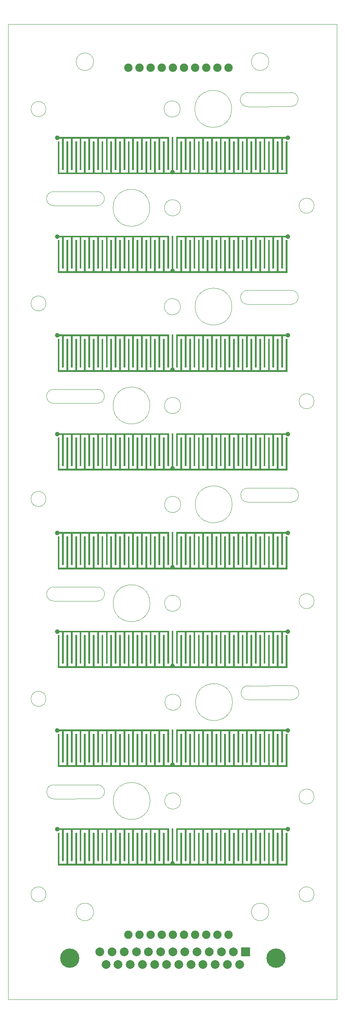
<source format=gts>
G04 #@! TF.GenerationSoftware,KiCad,Pcbnew,(2017-11-10 revision d8f4e35)-HEAD*
G04 #@! TF.CreationDate,2017-12-11T22:22:10-08:00*
G04 #@! TF.ProjectId,floor_pcb,666C6F6F725F7063622E6B696361645F,rev?*
G04 #@! TF.SameCoordinates,Original*
G04 #@! TF.FileFunction,Soldermask,Top*
G04 #@! TF.FilePolarity,Negative*
%FSLAX46Y46*%
G04 Gerber Fmt 4.6, Leading zero omitted, Abs format (unit mm)*
G04 Created by KiCad (PCBNEW (2017-11-10 revision d8f4e35)-HEAD) date Mon Dec 11 22:22:10 2017*
%MOMM*%
%LPD*%
G01*
G04 APERTURE LIST*
%ADD10C,0.001000*%
%ADD11C,4.400000*%
%ADD12C,2.000000*%
%ADD13R,2.000000X2.000000*%
%ADD14C,1.900000*%
%ADD15C,1.000001*%
%ADD16C,0.100000*%
G04 APERTURE END LIST*
D10*
X142115153Y-70245379D02*
G75*
G02X142108633Y-67045385I-3260J1599997D01*
G01*
X152108612Y-67025010D02*
G75*
G02X152115132Y-70225004I3260J-1599997D01*
G01*
X142057908Y-25235283D02*
X152057887Y-25214907D01*
X142051388Y-22035289D02*
X152051367Y-22014914D01*
X126762780Y-25774200D02*
G75*
G03X126762780Y-25774200I-1851780J0D01*
G01*
X138486470Y-25755190D02*
G75*
G03X138486470Y-25755190I-4200000J0D01*
G01*
X142057908Y-25235283D02*
G75*
G02X142051388Y-22035289I-3260J1599997D01*
G01*
X87500000Y-228507200D02*
X87500000Y-6507200D01*
X162500000Y-228507200D02*
X87500000Y-228507200D01*
X162500000Y-6507200D02*
X162500000Y-228507200D01*
X87500000Y-6507200D02*
X162500000Y-6507200D01*
X107891787Y-182789837D02*
X97891788Y-182794898D01*
X107890167Y-179589837D02*
X97890169Y-179594898D01*
X126891790Y-183285137D02*
G75*
G03X126891790Y-183285137I-1851780J0D01*
G01*
X119864522Y-183289976D02*
G75*
G03X119864522Y-183289976I-4200000J0D01*
G01*
X107890167Y-179589837D02*
G75*
G02X107891787Y-182789837I810J-1600000D01*
G01*
X138600959Y-115775383D02*
G75*
G03X138600959Y-115775383I-4200000J0D01*
G01*
X142172397Y-115255474D02*
G75*
G02X142165877Y-112055482I-3260J1599996D01*
G01*
X152165856Y-112035106D02*
G75*
G02X152172376Y-115235100I3260J-1599997D01*
G01*
X142115153Y-70245379D02*
X152115132Y-70225004D01*
X142108633Y-67045385D02*
X152108612Y-67025010D01*
X126820024Y-70784296D02*
G75*
G03X126820024Y-70784296I-1851780J0D01*
G01*
X138543714Y-70765287D02*
G75*
G03X138543714Y-70765287I-4200000J0D01*
G01*
X107848157Y-44572900D02*
X97848158Y-44577961D01*
X126849780Y-48268200D02*
G75*
G03X126849780Y-48268200I-1851780J0D01*
G01*
X119822512Y-48273038D02*
G75*
G03X119822512Y-48273038I-4200000J0D01*
G01*
X107848157Y-44572900D02*
G75*
G02X107849777Y-47772900I810J-1600000D01*
G01*
X97849778Y-47777961D02*
G75*
G02X97848158Y-44577961I-810J1600000D01*
G01*
X142229641Y-160265571D02*
X152229621Y-160245196D01*
X142223121Y-157065578D02*
X152223101Y-157045203D01*
X152051367Y-22014915D02*
G75*
G02X152057887Y-25214907I3260J-1599996D01*
G01*
X147000000Y-15007200D02*
G75*
G03X147000000Y-15007200I-2000000J0D01*
G01*
X107000000Y-15007200D02*
G75*
G03X107000000Y-15007200I-2000000J0D01*
G01*
X147000000Y-208542700D02*
G75*
G03X147000000Y-208542700I-2000000J0D01*
G01*
X107000000Y-208542700D02*
G75*
G03X107000000Y-208542700I-2000000J0D01*
G01*
X96114500Y-70043200D02*
G75*
G03X96114500Y-70043200I-1714500J0D01*
G01*
X96114500Y-25792200D02*
G75*
G03X96114500Y-25792200I-1714500J0D01*
G01*
X126934513Y-160804489D02*
G75*
G03X126934513Y-160804489I-1851780J0D01*
G01*
X138658203Y-160785479D02*
G75*
G03X138658203Y-160785479I-4200000J0D01*
G01*
X142229641Y-160265572D02*
G75*
G02X142223121Y-157065578I-3260J1599997D01*
G01*
X152223101Y-157045204D02*
G75*
G02X152229621Y-160245196I3260J-1599996D01*
G01*
X142172397Y-115255475D02*
X152172376Y-115235100D01*
X142165877Y-112055482D02*
X152165856Y-112035107D01*
X126877269Y-115794393D02*
G75*
G03X126877269Y-115794393I-1851780J0D01*
G01*
X157314501Y-204542700D02*
G75*
G03X157314501Y-204542700I-1714500J0D01*
G01*
X157314501Y-182292700D02*
G75*
G03X157314501Y-182292700I-1714500J0D01*
G01*
X157314501Y-137792701D02*
G75*
G03X157314501Y-137792701I-1714500J0D01*
G01*
X157314501Y-92292700D02*
G75*
G03X157314501Y-92292700I-1714500J0D01*
G01*
X157314501Y-47792701D02*
G75*
G03X157314501Y-47792701I-1714500J0D01*
G01*
X96114501Y-204542700D02*
G75*
G03X96114501Y-204542700I-1714500J0D01*
G01*
X96114501Y-160042701D02*
G75*
G03X96114501Y-160042701I-1714500J0D01*
G01*
X107863780Y-92778545D02*
X97863781Y-92783606D01*
X107862160Y-89578546D02*
X97862162Y-89583607D01*
X126863783Y-93273846D02*
G75*
G03X126863783Y-93273846I-1851780J0D01*
G01*
X119836515Y-93278684D02*
G75*
G03X119836515Y-93278684I-4200000J0D01*
G01*
X107862160Y-89578547D02*
G75*
G02X107863780Y-92778545I810J-1599999D01*
G01*
X97863782Y-92783607D02*
G75*
G02X97862162Y-89583607I-810J1600000D01*
G01*
X107849777Y-47772900D02*
X97849778Y-47777961D01*
X97891787Y-182794898D02*
G75*
G02X97890169Y-179594898I-809J1600000D01*
G01*
X107877783Y-137784191D02*
X97877785Y-137789252D01*
X107876164Y-134584192D02*
X97876165Y-134589253D01*
X126877787Y-138279492D02*
G75*
G03X126877787Y-138279492I-1851780J0D01*
G01*
X119850519Y-138284330D02*
G75*
G03X119850519Y-138284330I-4200000J0D01*
G01*
X107876165Y-134584191D02*
G75*
G02X107877783Y-137784191I809J-1600000D01*
G01*
X97877785Y-137789251D02*
G75*
G02X97876165Y-134589253I-810J1599999D01*
G01*
X96114501Y-114542700D02*
G75*
G03X96114501Y-114542700I-1714500J0D01*
G01*
D11*
X101500000Y-219072501D03*
X148600000Y-219072501D03*
D12*
X109815000Y-220492501D03*
X112585000Y-220492501D03*
X115355000Y-220492501D03*
X118125000Y-220492501D03*
X120895000Y-220492501D03*
X123665000Y-220492501D03*
X126435000Y-220492501D03*
X129205000Y-220492501D03*
X131975000Y-220492501D03*
X134745000Y-220492501D03*
X137515000Y-220492501D03*
X140285000Y-220492501D03*
X108430000Y-217652501D03*
X111200000Y-217652501D03*
X113970000Y-217652501D03*
X116740000Y-217652501D03*
X119510000Y-217652501D03*
X122280000Y-217652501D03*
X125050000Y-217652501D03*
X127820000Y-217652501D03*
X130590000Y-217652501D03*
X133360000Y-217652501D03*
X136130000Y-217652501D03*
X138900000Y-217652501D03*
D13*
X141670000Y-217652501D03*
D14*
X114890000Y-16385800D03*
X117430000Y-16385800D03*
X119970000Y-16385800D03*
X122510000Y-16385800D03*
X125050000Y-16385800D03*
X127590000Y-16385800D03*
X130130000Y-16385800D03*
X132670000Y-16385800D03*
X135210000Y-16385800D03*
X137750000Y-16385800D03*
X137750000Y-213750000D03*
X135210000Y-213750000D03*
X132670000Y-213750000D03*
X130130000Y-213750000D03*
X127590000Y-213750000D03*
X125050000Y-213750000D03*
X122510000Y-213750000D03*
X119970000Y-213750000D03*
X117430000Y-213750000D03*
X114890000Y-213750000D03*
D15*
X98700000Y-189700000D03*
D16*
G36*
X98727911Y-189200780D02*
X98776493Y-189205886D01*
X98824345Y-189215708D01*
X98871010Y-189230154D01*
X98916043Y-189249084D01*
X98959014Y-189272318D01*
X98999512Y-189299634D01*
X99037151Y-189330772D01*
X99071572Y-189365435D01*
X99102447Y-189403291D01*
X99129480Y-189443979D01*
X99152414Y-189487110D01*
X99157727Y-189500000D01*
X124200000Y-189500000D01*
X124200000Y-197000000D01*
X123800000Y-197000000D01*
X123800000Y-189900000D01*
X122200000Y-189900000D01*
X122200000Y-197000000D01*
X121800000Y-197000000D01*
X121800000Y-189900000D01*
X120200000Y-189900000D01*
X120200000Y-197000000D01*
X119800000Y-197000000D01*
X119800000Y-189900000D01*
X118200000Y-189900000D01*
X118200000Y-197000000D01*
X117800000Y-197000000D01*
X117800000Y-189900000D01*
X116200000Y-189900000D01*
X116200000Y-197000000D01*
X115800000Y-197000000D01*
X115800000Y-189900000D01*
X114200000Y-189900000D01*
X114200000Y-197000000D01*
X113800000Y-197000000D01*
X113800000Y-189900000D01*
X112200000Y-189900000D01*
X112200000Y-197000000D01*
X111800000Y-197000000D01*
X111800000Y-189900000D01*
X110200000Y-189900000D01*
X110200000Y-197000000D01*
X109800000Y-197000000D01*
X109800000Y-189900000D01*
X108200000Y-189900000D01*
X108200000Y-197000000D01*
X107800000Y-197000000D01*
X107800000Y-189900000D01*
X106200000Y-189900000D01*
X106200000Y-197000000D01*
X105800000Y-197000000D01*
X105800000Y-189900000D01*
X104200000Y-189900000D01*
X104200000Y-197000000D01*
X103800000Y-197000000D01*
X103800000Y-189900000D01*
X102200000Y-189900000D01*
X102200000Y-197000000D01*
X101800000Y-197000000D01*
X101800000Y-189900000D01*
X100200000Y-189900000D01*
X100200000Y-197000000D01*
X99800000Y-197000000D01*
X99800000Y-189900000D01*
X99157619Y-189900000D01*
X99146293Y-189925439D01*
X99122164Y-189967913D01*
X99094005Y-190007831D01*
X99062086Y-190044810D01*
X99026710Y-190078498D01*
X98988216Y-190108572D01*
X98946971Y-190134747D01*
X98903368Y-190156773D01*
X98857825Y-190174438D01*
X98810774Y-190187575D01*
X98762667Y-190196057D01*
X98713961Y-190199805D01*
X98665122Y-190198782D01*
X98616616Y-190192998D01*
X98568905Y-190182508D01*
X98522447Y-190167413D01*
X98477682Y-190147856D01*
X98435040Y-190124024D01*
X98394927Y-190096145D01*
X98357726Y-190064484D01*
X98323793Y-190029345D01*
X98293450Y-189991061D01*
X98266987Y-189950000D01*
X98244658Y-189906552D01*
X98242064Y-189900000D01*
X98200000Y-189900000D01*
X98200000Y-189500000D01*
X98242380Y-189500000D01*
X98250603Y-189480814D01*
X98274137Y-189438007D01*
X98301735Y-189397700D01*
X98333135Y-189360279D01*
X98368037Y-189326101D01*
X98406107Y-189295492D01*
X98446983Y-189268743D01*
X98490274Y-189246111D01*
X98535567Y-189227812D01*
X98582429Y-189214019D01*
X98630413Y-189204866D01*
X98679062Y-189200439D01*
X98727911Y-189200780D01*
X98727911Y-189200780D01*
G37*
D15*
X151300000Y-189700000D03*
D16*
G36*
X151327911Y-189200780D02*
X151376493Y-189205886D01*
X151424345Y-189215708D01*
X151471010Y-189230154D01*
X151516043Y-189249084D01*
X151559014Y-189272318D01*
X151599512Y-189299634D01*
X151637151Y-189330772D01*
X151671572Y-189365435D01*
X151702447Y-189403291D01*
X151729480Y-189443979D01*
X151752414Y-189487110D01*
X151757727Y-189500000D01*
X151800000Y-189500000D01*
X151800000Y-189900000D01*
X151757619Y-189900000D01*
X151746293Y-189925439D01*
X151722164Y-189967913D01*
X151694005Y-190007831D01*
X151662086Y-190044810D01*
X151626710Y-190078498D01*
X151588216Y-190108572D01*
X151546971Y-190134747D01*
X151503368Y-190156773D01*
X151457825Y-190174438D01*
X151410774Y-190187575D01*
X151362667Y-190196057D01*
X151313961Y-190199805D01*
X151265122Y-190198782D01*
X151216616Y-190192998D01*
X151168905Y-190182508D01*
X151122447Y-190167413D01*
X151077682Y-190147856D01*
X151035040Y-190124024D01*
X150994927Y-190096145D01*
X150957726Y-190064484D01*
X150923793Y-190029345D01*
X150893450Y-189991061D01*
X150866987Y-189950000D01*
X150844658Y-189906552D01*
X150842064Y-189900000D01*
X150200000Y-189900000D01*
X150200000Y-197000000D01*
X149800000Y-197000000D01*
X149800000Y-189900000D01*
X148200000Y-189900000D01*
X148200000Y-197000000D01*
X147800000Y-197000000D01*
X147800000Y-189900000D01*
X146200000Y-189900000D01*
X146200000Y-197000000D01*
X145800000Y-197000000D01*
X145800000Y-189900000D01*
X144200000Y-189900000D01*
X144200000Y-197000000D01*
X143800000Y-197000000D01*
X143800000Y-189900000D01*
X142200000Y-189900000D01*
X142200000Y-197000000D01*
X141800000Y-197000000D01*
X141800000Y-189900000D01*
X140200000Y-189900000D01*
X140200000Y-197000000D01*
X139800000Y-197000000D01*
X139800000Y-189900000D01*
X138200000Y-189900000D01*
X138200000Y-197000000D01*
X137800000Y-197000000D01*
X137800000Y-189900000D01*
X136200000Y-189900000D01*
X136200000Y-197000000D01*
X135800000Y-197000000D01*
X135800000Y-189900000D01*
X134200000Y-189900000D01*
X134200000Y-197000000D01*
X133800000Y-197000000D01*
X133800000Y-189900000D01*
X132200000Y-189900000D01*
X132200000Y-197000000D01*
X131800000Y-197000000D01*
X131800000Y-189900000D01*
X130200000Y-189900000D01*
X130200000Y-197000000D01*
X129800000Y-197000000D01*
X129800000Y-189900000D01*
X128200000Y-189900000D01*
X128200000Y-197000000D01*
X127800000Y-197000000D01*
X127800000Y-189900000D01*
X126200000Y-189900000D01*
X126200000Y-197000000D01*
X125800000Y-197000000D01*
X125800000Y-189500000D01*
X150842380Y-189500000D01*
X150850603Y-189480814D01*
X150874137Y-189438007D01*
X150901735Y-189397700D01*
X150933135Y-189360279D01*
X150968037Y-189326101D01*
X151006107Y-189295492D01*
X151046983Y-189268743D01*
X151090274Y-189246111D01*
X151135567Y-189227812D01*
X151182429Y-189214019D01*
X151230413Y-189204866D01*
X151279062Y-189200439D01*
X151327911Y-189200780D01*
X151327911Y-189200780D01*
G37*
D15*
X125000000Y-197500000D03*
D16*
G36*
X125200000Y-197042340D02*
X125216043Y-197049084D01*
X125259014Y-197072318D01*
X125299512Y-197099634D01*
X125337151Y-197130772D01*
X125371572Y-197165435D01*
X125402447Y-197203291D01*
X125429480Y-197243979D01*
X125452414Y-197287110D01*
X125471029Y-197332274D01*
X125485148Y-197379039D01*
X125494636Y-197426958D01*
X125499403Y-197475575D01*
X125498526Y-197538360D01*
X125492404Y-197586824D01*
X125489410Y-197600000D01*
X126800000Y-197600000D01*
X126800000Y-190500000D01*
X127200000Y-190500000D01*
X127200000Y-197600000D01*
X128800000Y-197600000D01*
X128800000Y-190500000D01*
X129200000Y-190500000D01*
X129200000Y-197600000D01*
X130800000Y-197600000D01*
X130800000Y-190500000D01*
X131200000Y-190500000D01*
X131200000Y-197600000D01*
X132800000Y-197600000D01*
X132800000Y-190500000D01*
X133200000Y-190500000D01*
X133200000Y-197600000D01*
X134800000Y-197600000D01*
X134800000Y-190500000D01*
X135200000Y-190500000D01*
X135200000Y-197600000D01*
X136800000Y-197600000D01*
X136800000Y-190500000D01*
X137200000Y-190500000D01*
X137200000Y-197600000D01*
X138800000Y-197600000D01*
X138800000Y-190500000D01*
X139200000Y-190500000D01*
X139200000Y-197600000D01*
X140800000Y-197600000D01*
X140800000Y-190500000D01*
X141200000Y-190500000D01*
X141200000Y-197600000D01*
X142800000Y-197600000D01*
X142800000Y-190500000D01*
X143200000Y-190500000D01*
X143200000Y-197600000D01*
X144800000Y-197600000D01*
X144800000Y-190500000D01*
X145200000Y-190500000D01*
X145200000Y-197600000D01*
X146800000Y-197600000D01*
X146800000Y-190500000D01*
X147200000Y-190500000D01*
X147200000Y-197600000D01*
X148800000Y-197600000D01*
X148800000Y-190500000D01*
X149200000Y-190500000D01*
X149200000Y-197600000D01*
X150800000Y-197600000D01*
X150800000Y-190500000D01*
X151200000Y-190500000D01*
X151200000Y-198000000D01*
X98800000Y-198000000D01*
X98800000Y-190500000D01*
X99200000Y-190500000D01*
X99200000Y-197600000D01*
X100800000Y-197600000D01*
X100800000Y-190500000D01*
X101200000Y-190500000D01*
X101200000Y-197600000D01*
X102800000Y-197600000D01*
X102800000Y-190500000D01*
X103200000Y-190500000D01*
X103200000Y-197600000D01*
X104800000Y-197600000D01*
X104800000Y-190500000D01*
X105200000Y-190500000D01*
X105200000Y-197600000D01*
X106800000Y-197600000D01*
X106800000Y-190500000D01*
X107200000Y-190500000D01*
X107200000Y-197600000D01*
X108800000Y-197600000D01*
X108800000Y-190500000D01*
X109200000Y-190500000D01*
X109200000Y-197600000D01*
X110800000Y-197600000D01*
X110800000Y-190500000D01*
X111200000Y-190500000D01*
X111200000Y-197600000D01*
X112800000Y-197600000D01*
X112800000Y-190500000D01*
X113200000Y-190500000D01*
X113200000Y-197600000D01*
X114800000Y-197600000D01*
X114800000Y-190500000D01*
X115200000Y-190500000D01*
X115200000Y-197600000D01*
X116800000Y-197600000D01*
X116800000Y-190500000D01*
X117200000Y-190500000D01*
X117200000Y-197600000D01*
X118800000Y-197600000D01*
X118800000Y-190500000D01*
X119200000Y-190500000D01*
X119200000Y-197600000D01*
X120800000Y-197600000D01*
X120800000Y-190500000D01*
X121200000Y-190500000D01*
X121200000Y-197600000D01*
X122800000Y-197600000D01*
X122800000Y-190500000D01*
X123200000Y-190500000D01*
X123200000Y-197600000D01*
X124510609Y-197600000D01*
X124504392Y-197566128D01*
X124500305Y-197517450D01*
X124500987Y-197468605D01*
X124506432Y-197420059D01*
X124516588Y-197372277D01*
X124531359Y-197325714D01*
X124550603Y-197280814D01*
X124574137Y-197238007D01*
X124601735Y-197197700D01*
X124633135Y-197160279D01*
X124668037Y-197126101D01*
X124706107Y-197095492D01*
X124746983Y-197068743D01*
X124790274Y-197046111D01*
X124800000Y-197042182D01*
X124800000Y-189500000D01*
X125200000Y-189500000D01*
X125200000Y-197042340D01*
X125200000Y-197042340D01*
G37*
D15*
X125000000Y-175019400D03*
D16*
G36*
X125200000Y-174561740D02*
X125216043Y-174568484D01*
X125259014Y-174591718D01*
X125299512Y-174619034D01*
X125337151Y-174650172D01*
X125371572Y-174684835D01*
X125402447Y-174722691D01*
X125429480Y-174763379D01*
X125452414Y-174806510D01*
X125471029Y-174851674D01*
X125485148Y-174898439D01*
X125494636Y-174946358D01*
X125499403Y-174994975D01*
X125498526Y-175057760D01*
X125492404Y-175106224D01*
X125489410Y-175119400D01*
X126800000Y-175119400D01*
X126800000Y-168019400D01*
X127200000Y-168019400D01*
X127200000Y-175119400D01*
X128800000Y-175119400D01*
X128800000Y-168019400D01*
X129200000Y-168019400D01*
X129200000Y-175119400D01*
X130800000Y-175119400D01*
X130800000Y-168019400D01*
X131200000Y-168019400D01*
X131200000Y-175119400D01*
X132800000Y-175119400D01*
X132800000Y-168019400D01*
X133200000Y-168019400D01*
X133200000Y-175119400D01*
X134800000Y-175119400D01*
X134800000Y-168019400D01*
X135200000Y-168019400D01*
X135200000Y-175119400D01*
X136800000Y-175119400D01*
X136800000Y-168019400D01*
X137200000Y-168019400D01*
X137200000Y-175119400D01*
X138800000Y-175119400D01*
X138800000Y-168019400D01*
X139200000Y-168019400D01*
X139200000Y-175119400D01*
X140800000Y-175119400D01*
X140800000Y-168019400D01*
X141200000Y-168019400D01*
X141200000Y-175119400D01*
X142800000Y-175119400D01*
X142800000Y-168019400D01*
X143200000Y-168019400D01*
X143200000Y-175119400D01*
X144800000Y-175119400D01*
X144800000Y-168019400D01*
X145200000Y-168019400D01*
X145200000Y-175119400D01*
X146800000Y-175119400D01*
X146800000Y-168019400D01*
X147200000Y-168019400D01*
X147200000Y-175119400D01*
X148800000Y-175119400D01*
X148800000Y-168019400D01*
X149200000Y-168019400D01*
X149200000Y-175119400D01*
X150800000Y-175119400D01*
X150800000Y-168019400D01*
X151200000Y-168019400D01*
X151200000Y-175519400D01*
X98800000Y-175519400D01*
X98800000Y-168019400D01*
X99200000Y-168019400D01*
X99200000Y-175119400D01*
X100800000Y-175119400D01*
X100800000Y-168019400D01*
X101200000Y-168019400D01*
X101200000Y-175119400D01*
X102800000Y-175119400D01*
X102800000Y-168019400D01*
X103200000Y-168019400D01*
X103200000Y-175119400D01*
X104800000Y-175119400D01*
X104800000Y-168019400D01*
X105200000Y-168019400D01*
X105200000Y-175119400D01*
X106800000Y-175119400D01*
X106800000Y-168019400D01*
X107200000Y-168019400D01*
X107200000Y-175119400D01*
X108800000Y-175119400D01*
X108800000Y-168019400D01*
X109200000Y-168019400D01*
X109200000Y-175119400D01*
X110800000Y-175119400D01*
X110800000Y-168019400D01*
X111200000Y-168019400D01*
X111200000Y-175119400D01*
X112800000Y-175119400D01*
X112800000Y-168019400D01*
X113200000Y-168019400D01*
X113200000Y-175119400D01*
X114800000Y-175119400D01*
X114800000Y-168019400D01*
X115200000Y-168019400D01*
X115200000Y-175119400D01*
X116800000Y-175119400D01*
X116800000Y-168019400D01*
X117200000Y-168019400D01*
X117200000Y-175119400D01*
X118800000Y-175119400D01*
X118800000Y-168019400D01*
X119200000Y-168019400D01*
X119200000Y-175119400D01*
X120800000Y-175119400D01*
X120800000Y-168019400D01*
X121200000Y-168019400D01*
X121200000Y-175119400D01*
X122800000Y-175119400D01*
X122800000Y-168019400D01*
X123200000Y-168019400D01*
X123200000Y-175119400D01*
X124510609Y-175119400D01*
X124504392Y-175085528D01*
X124500305Y-175036850D01*
X124500987Y-174988005D01*
X124506432Y-174939459D01*
X124516588Y-174891677D01*
X124531359Y-174845114D01*
X124550603Y-174800214D01*
X124574137Y-174757407D01*
X124601735Y-174717100D01*
X124633135Y-174679679D01*
X124668037Y-174645501D01*
X124706107Y-174614892D01*
X124746983Y-174588143D01*
X124790274Y-174565511D01*
X124800000Y-174561582D01*
X124800000Y-167019400D01*
X125200000Y-167019400D01*
X125200000Y-174561740D01*
X125200000Y-174561740D01*
G37*
D15*
X151300000Y-167219400D03*
D16*
G36*
X151327911Y-166720180D02*
X151376493Y-166725286D01*
X151424345Y-166735108D01*
X151471010Y-166749554D01*
X151516043Y-166768484D01*
X151559014Y-166791718D01*
X151599512Y-166819034D01*
X151637151Y-166850172D01*
X151671572Y-166884835D01*
X151702447Y-166922691D01*
X151729480Y-166963379D01*
X151752414Y-167006510D01*
X151757727Y-167019400D01*
X151800000Y-167019400D01*
X151800000Y-167419400D01*
X151757619Y-167419400D01*
X151746293Y-167444839D01*
X151722164Y-167487313D01*
X151694005Y-167527231D01*
X151662086Y-167564210D01*
X151626710Y-167597898D01*
X151588216Y-167627972D01*
X151546971Y-167654147D01*
X151503368Y-167676173D01*
X151457825Y-167693838D01*
X151410774Y-167706975D01*
X151362667Y-167715457D01*
X151313961Y-167719205D01*
X151265122Y-167718182D01*
X151216616Y-167712398D01*
X151168905Y-167701908D01*
X151122447Y-167686813D01*
X151077682Y-167667256D01*
X151035040Y-167643424D01*
X150994927Y-167615545D01*
X150957726Y-167583884D01*
X150923793Y-167548745D01*
X150893450Y-167510461D01*
X150866987Y-167469400D01*
X150844658Y-167425952D01*
X150842064Y-167419400D01*
X150200000Y-167419400D01*
X150200000Y-174519400D01*
X149800000Y-174519400D01*
X149800000Y-167419400D01*
X148200000Y-167419400D01*
X148200000Y-174519400D01*
X147800000Y-174519400D01*
X147800000Y-167419400D01*
X146200000Y-167419400D01*
X146200000Y-174519400D01*
X145800000Y-174519400D01*
X145800000Y-167419400D01*
X144200000Y-167419400D01*
X144200000Y-174519400D01*
X143800000Y-174519400D01*
X143800000Y-167419400D01*
X142200000Y-167419400D01*
X142200000Y-174519400D01*
X141800000Y-174519400D01*
X141800000Y-167419400D01*
X140200000Y-167419400D01*
X140200000Y-174519400D01*
X139800000Y-174519400D01*
X139800000Y-167419400D01*
X138200000Y-167419400D01*
X138200000Y-174519400D01*
X137800000Y-174519400D01*
X137800000Y-167419400D01*
X136200000Y-167419400D01*
X136200000Y-174519400D01*
X135800000Y-174519400D01*
X135800000Y-167419400D01*
X134200000Y-167419400D01*
X134200000Y-174519400D01*
X133800000Y-174519400D01*
X133800000Y-167419400D01*
X132200000Y-167419400D01*
X132200000Y-174519400D01*
X131800000Y-174519400D01*
X131800000Y-167419400D01*
X130200000Y-167419400D01*
X130200000Y-174519400D01*
X129800000Y-174519400D01*
X129800000Y-167419400D01*
X128200000Y-167419400D01*
X128200000Y-174519400D01*
X127800000Y-174519400D01*
X127800000Y-167419400D01*
X126200000Y-167419400D01*
X126200000Y-174519400D01*
X125800000Y-174519400D01*
X125800000Y-167019400D01*
X150842380Y-167019400D01*
X150850603Y-167000214D01*
X150874137Y-166957407D01*
X150901735Y-166917100D01*
X150933135Y-166879679D01*
X150968037Y-166845501D01*
X151006107Y-166814892D01*
X151046983Y-166788143D01*
X151090274Y-166765511D01*
X151135567Y-166747212D01*
X151182429Y-166733419D01*
X151230413Y-166724266D01*
X151279062Y-166719839D01*
X151327911Y-166720180D01*
X151327911Y-166720180D01*
G37*
D15*
X98700000Y-167219400D03*
D16*
G36*
X98727911Y-166720180D02*
X98776493Y-166725286D01*
X98824345Y-166735108D01*
X98871010Y-166749554D01*
X98916043Y-166768484D01*
X98959014Y-166791718D01*
X98999512Y-166819034D01*
X99037151Y-166850172D01*
X99071572Y-166884835D01*
X99102447Y-166922691D01*
X99129480Y-166963379D01*
X99152414Y-167006510D01*
X99157727Y-167019400D01*
X124200000Y-167019400D01*
X124200000Y-174519400D01*
X123800000Y-174519400D01*
X123800000Y-167419400D01*
X122200000Y-167419400D01*
X122200000Y-174519400D01*
X121800000Y-174519400D01*
X121800000Y-167419400D01*
X120200000Y-167419400D01*
X120200000Y-174519400D01*
X119800000Y-174519400D01*
X119800000Y-167419400D01*
X118200000Y-167419400D01*
X118200000Y-174519400D01*
X117800000Y-174519400D01*
X117800000Y-167419400D01*
X116200000Y-167419400D01*
X116200000Y-174519400D01*
X115800000Y-174519400D01*
X115800000Y-167419400D01*
X114200000Y-167419400D01*
X114200000Y-174519400D01*
X113800000Y-174519400D01*
X113800000Y-167419400D01*
X112200000Y-167419400D01*
X112200000Y-174519400D01*
X111800000Y-174519400D01*
X111800000Y-167419400D01*
X110200000Y-167419400D01*
X110200000Y-174519400D01*
X109800000Y-174519400D01*
X109800000Y-167419400D01*
X108200000Y-167419400D01*
X108200000Y-174519400D01*
X107800000Y-174519400D01*
X107800000Y-167419400D01*
X106200000Y-167419400D01*
X106200000Y-174519400D01*
X105800000Y-174519400D01*
X105800000Y-167419400D01*
X104200000Y-167419400D01*
X104200000Y-174519400D01*
X103800000Y-174519400D01*
X103800000Y-167419400D01*
X102200000Y-167419400D01*
X102200000Y-174519400D01*
X101800000Y-174519400D01*
X101800000Y-167419400D01*
X100200000Y-167419400D01*
X100200000Y-174519400D01*
X99800000Y-174519400D01*
X99800000Y-167419400D01*
X99157619Y-167419400D01*
X99146293Y-167444839D01*
X99122164Y-167487313D01*
X99094005Y-167527231D01*
X99062086Y-167564210D01*
X99026710Y-167597898D01*
X98988216Y-167627972D01*
X98946971Y-167654147D01*
X98903368Y-167676173D01*
X98857825Y-167693838D01*
X98810774Y-167706975D01*
X98762667Y-167715457D01*
X98713961Y-167719205D01*
X98665122Y-167718182D01*
X98616616Y-167712398D01*
X98568905Y-167701908D01*
X98522447Y-167686813D01*
X98477682Y-167667256D01*
X98435040Y-167643424D01*
X98394927Y-167615545D01*
X98357726Y-167583884D01*
X98323793Y-167548745D01*
X98293450Y-167510461D01*
X98266987Y-167469400D01*
X98244658Y-167425952D01*
X98242064Y-167419400D01*
X98200000Y-167419400D01*
X98200000Y-167019400D01*
X98242380Y-167019400D01*
X98250603Y-167000214D01*
X98274137Y-166957407D01*
X98301735Y-166917100D01*
X98333135Y-166879679D01*
X98368037Y-166845501D01*
X98406107Y-166814892D01*
X98446983Y-166788143D01*
X98490274Y-166765511D01*
X98535567Y-166747212D01*
X98582429Y-166733419D01*
X98630413Y-166724266D01*
X98679062Y-166719839D01*
X98727911Y-166720180D01*
X98727911Y-166720180D01*
G37*
D15*
X98700000Y-144738800D03*
D16*
G36*
X98727911Y-144239580D02*
X98776493Y-144244686D01*
X98824345Y-144254508D01*
X98871010Y-144268954D01*
X98916043Y-144287884D01*
X98959014Y-144311118D01*
X98999512Y-144338434D01*
X99037151Y-144369572D01*
X99071572Y-144404235D01*
X99102447Y-144442091D01*
X99129480Y-144482779D01*
X99152414Y-144525910D01*
X99157727Y-144538800D01*
X124200000Y-144538800D01*
X124200000Y-152038800D01*
X123800000Y-152038800D01*
X123800000Y-144938800D01*
X122200000Y-144938800D01*
X122200000Y-152038800D01*
X121800000Y-152038800D01*
X121800000Y-144938800D01*
X120200000Y-144938800D01*
X120200000Y-152038800D01*
X119800000Y-152038800D01*
X119800000Y-144938800D01*
X118200000Y-144938800D01*
X118200000Y-152038800D01*
X117800000Y-152038800D01*
X117800000Y-144938800D01*
X116200000Y-144938800D01*
X116200000Y-152038800D01*
X115800000Y-152038800D01*
X115800000Y-144938800D01*
X114200000Y-144938800D01*
X114200000Y-152038800D01*
X113800000Y-152038800D01*
X113800000Y-144938800D01*
X112200000Y-144938800D01*
X112200000Y-152038800D01*
X111800000Y-152038800D01*
X111800000Y-144938800D01*
X110200000Y-144938800D01*
X110200000Y-152038800D01*
X109800000Y-152038800D01*
X109800000Y-144938800D01*
X108200000Y-144938800D01*
X108200000Y-152038800D01*
X107800000Y-152038800D01*
X107800000Y-144938800D01*
X106200000Y-144938800D01*
X106200000Y-152038800D01*
X105800000Y-152038800D01*
X105800000Y-144938800D01*
X104200000Y-144938800D01*
X104200000Y-152038800D01*
X103800000Y-152038800D01*
X103800000Y-144938800D01*
X102200000Y-144938800D01*
X102200000Y-152038800D01*
X101800000Y-152038800D01*
X101800000Y-144938800D01*
X100200000Y-144938800D01*
X100200000Y-152038800D01*
X99800000Y-152038800D01*
X99800000Y-144938800D01*
X99157619Y-144938800D01*
X99146293Y-144964239D01*
X99122164Y-145006713D01*
X99094005Y-145046631D01*
X99062086Y-145083610D01*
X99026710Y-145117298D01*
X98988216Y-145147372D01*
X98946971Y-145173547D01*
X98903368Y-145195573D01*
X98857825Y-145213238D01*
X98810774Y-145226375D01*
X98762667Y-145234857D01*
X98713961Y-145238605D01*
X98665122Y-145237582D01*
X98616616Y-145231798D01*
X98568905Y-145221308D01*
X98522447Y-145206213D01*
X98477682Y-145186656D01*
X98435040Y-145162824D01*
X98394927Y-145134945D01*
X98357726Y-145103284D01*
X98323793Y-145068145D01*
X98293450Y-145029861D01*
X98266987Y-144988800D01*
X98244658Y-144945352D01*
X98242064Y-144938800D01*
X98200000Y-144938800D01*
X98200000Y-144538800D01*
X98242380Y-144538800D01*
X98250603Y-144519614D01*
X98274137Y-144476807D01*
X98301735Y-144436500D01*
X98333135Y-144399079D01*
X98368037Y-144364901D01*
X98406107Y-144334292D01*
X98446983Y-144307543D01*
X98490274Y-144284911D01*
X98535567Y-144266612D01*
X98582429Y-144252819D01*
X98630413Y-144243666D01*
X98679062Y-144239239D01*
X98727911Y-144239580D01*
X98727911Y-144239580D01*
G37*
D15*
X151300000Y-144738800D03*
D16*
G36*
X151327911Y-144239580D02*
X151376493Y-144244686D01*
X151424345Y-144254508D01*
X151471010Y-144268954D01*
X151516043Y-144287884D01*
X151559014Y-144311118D01*
X151599512Y-144338434D01*
X151637151Y-144369572D01*
X151671572Y-144404235D01*
X151702447Y-144442091D01*
X151729480Y-144482779D01*
X151752414Y-144525910D01*
X151757727Y-144538800D01*
X151800000Y-144538800D01*
X151800000Y-144938800D01*
X151757619Y-144938800D01*
X151746293Y-144964239D01*
X151722164Y-145006713D01*
X151694005Y-145046631D01*
X151662086Y-145083610D01*
X151626710Y-145117298D01*
X151588216Y-145147372D01*
X151546971Y-145173547D01*
X151503368Y-145195573D01*
X151457825Y-145213238D01*
X151410774Y-145226375D01*
X151362667Y-145234857D01*
X151313961Y-145238605D01*
X151265122Y-145237582D01*
X151216616Y-145231798D01*
X151168905Y-145221308D01*
X151122447Y-145206213D01*
X151077682Y-145186656D01*
X151035040Y-145162824D01*
X150994927Y-145134945D01*
X150957726Y-145103284D01*
X150923793Y-145068145D01*
X150893450Y-145029861D01*
X150866987Y-144988800D01*
X150844658Y-144945352D01*
X150842064Y-144938800D01*
X150200000Y-144938800D01*
X150200000Y-152038800D01*
X149800000Y-152038800D01*
X149800000Y-144938800D01*
X148200000Y-144938800D01*
X148200000Y-152038800D01*
X147800000Y-152038800D01*
X147800000Y-144938800D01*
X146200000Y-144938800D01*
X146200000Y-152038800D01*
X145800000Y-152038800D01*
X145800000Y-144938800D01*
X144200000Y-144938800D01*
X144200000Y-152038800D01*
X143800000Y-152038800D01*
X143800000Y-144938800D01*
X142200000Y-144938800D01*
X142200000Y-152038800D01*
X141800000Y-152038800D01*
X141800000Y-144938800D01*
X140200000Y-144938800D01*
X140200000Y-152038800D01*
X139800000Y-152038800D01*
X139800000Y-144938800D01*
X138200000Y-144938800D01*
X138200000Y-152038800D01*
X137800000Y-152038800D01*
X137800000Y-144938800D01*
X136200000Y-144938800D01*
X136200000Y-152038800D01*
X135800000Y-152038800D01*
X135800000Y-144938800D01*
X134200000Y-144938800D01*
X134200000Y-152038800D01*
X133800000Y-152038800D01*
X133800000Y-144938800D01*
X132200000Y-144938800D01*
X132200000Y-152038800D01*
X131800000Y-152038800D01*
X131800000Y-144938800D01*
X130200000Y-144938800D01*
X130200000Y-152038800D01*
X129800000Y-152038800D01*
X129800000Y-144938800D01*
X128200000Y-144938800D01*
X128200000Y-152038800D01*
X127800000Y-152038800D01*
X127800000Y-144938800D01*
X126200000Y-144938800D01*
X126200000Y-152038800D01*
X125800000Y-152038800D01*
X125800000Y-144538800D01*
X150842380Y-144538800D01*
X150850603Y-144519614D01*
X150874137Y-144476807D01*
X150901735Y-144436500D01*
X150933135Y-144399079D01*
X150968037Y-144364901D01*
X151006107Y-144334292D01*
X151046983Y-144307543D01*
X151090274Y-144284911D01*
X151135567Y-144266612D01*
X151182429Y-144252819D01*
X151230413Y-144243666D01*
X151279062Y-144239239D01*
X151327911Y-144239580D01*
X151327911Y-144239580D01*
G37*
D15*
X125000000Y-152538800D03*
D16*
G36*
X125200000Y-152081140D02*
X125216043Y-152087884D01*
X125259014Y-152111118D01*
X125299512Y-152138434D01*
X125337151Y-152169572D01*
X125371572Y-152204235D01*
X125402447Y-152242091D01*
X125429480Y-152282779D01*
X125452414Y-152325910D01*
X125471029Y-152371074D01*
X125485148Y-152417839D01*
X125494636Y-152465758D01*
X125499403Y-152514375D01*
X125498526Y-152577160D01*
X125492404Y-152625624D01*
X125489410Y-152638800D01*
X126800000Y-152638800D01*
X126800000Y-145538800D01*
X127200000Y-145538800D01*
X127200000Y-152638800D01*
X128800000Y-152638800D01*
X128800000Y-145538800D01*
X129200000Y-145538800D01*
X129200000Y-152638800D01*
X130800000Y-152638800D01*
X130800000Y-145538800D01*
X131200000Y-145538800D01*
X131200000Y-152638800D01*
X132800000Y-152638800D01*
X132800000Y-145538800D01*
X133200000Y-145538800D01*
X133200000Y-152638800D01*
X134800000Y-152638800D01*
X134800000Y-145538800D01*
X135200000Y-145538800D01*
X135200000Y-152638800D01*
X136800000Y-152638800D01*
X136800000Y-145538800D01*
X137200000Y-145538800D01*
X137200000Y-152638800D01*
X138800000Y-152638800D01*
X138800000Y-145538800D01*
X139200000Y-145538800D01*
X139200000Y-152638800D01*
X140800000Y-152638800D01*
X140800000Y-145538800D01*
X141200000Y-145538800D01*
X141200000Y-152638800D01*
X142800000Y-152638800D01*
X142800000Y-145538800D01*
X143200000Y-145538800D01*
X143200000Y-152638800D01*
X144800000Y-152638800D01*
X144800000Y-145538800D01*
X145200000Y-145538800D01*
X145200000Y-152638800D01*
X146800000Y-152638800D01*
X146800000Y-145538800D01*
X147200000Y-145538800D01*
X147200000Y-152638800D01*
X148800000Y-152638800D01*
X148800000Y-145538800D01*
X149200000Y-145538800D01*
X149200000Y-152638800D01*
X150800000Y-152638800D01*
X150800000Y-145538800D01*
X151200000Y-145538800D01*
X151200000Y-153038800D01*
X98800000Y-153038800D01*
X98800000Y-145538800D01*
X99200000Y-145538800D01*
X99200000Y-152638800D01*
X100800000Y-152638800D01*
X100800000Y-145538800D01*
X101200000Y-145538800D01*
X101200000Y-152638800D01*
X102800000Y-152638800D01*
X102800000Y-145538800D01*
X103200000Y-145538800D01*
X103200000Y-152638800D01*
X104800000Y-152638800D01*
X104800000Y-145538800D01*
X105200000Y-145538800D01*
X105200000Y-152638800D01*
X106800000Y-152638800D01*
X106800000Y-145538800D01*
X107200000Y-145538800D01*
X107200000Y-152638800D01*
X108800000Y-152638800D01*
X108800000Y-145538800D01*
X109200000Y-145538800D01*
X109200000Y-152638800D01*
X110800000Y-152638800D01*
X110800000Y-145538800D01*
X111200000Y-145538800D01*
X111200000Y-152638800D01*
X112800000Y-152638800D01*
X112800000Y-145538800D01*
X113200000Y-145538800D01*
X113200000Y-152638800D01*
X114800000Y-152638800D01*
X114800000Y-145538800D01*
X115200000Y-145538800D01*
X115200000Y-152638800D01*
X116800000Y-152638800D01*
X116800000Y-145538800D01*
X117200000Y-145538800D01*
X117200000Y-152638800D01*
X118800000Y-152638800D01*
X118800000Y-145538800D01*
X119200000Y-145538800D01*
X119200000Y-152638800D01*
X120800000Y-152638800D01*
X120800000Y-145538800D01*
X121200000Y-145538800D01*
X121200000Y-152638800D01*
X122800000Y-152638800D01*
X122800000Y-145538800D01*
X123200000Y-145538800D01*
X123200000Y-152638800D01*
X124510609Y-152638800D01*
X124504392Y-152604928D01*
X124500305Y-152556250D01*
X124500987Y-152507405D01*
X124506432Y-152458859D01*
X124516588Y-152411077D01*
X124531359Y-152364514D01*
X124550603Y-152319614D01*
X124574137Y-152276807D01*
X124601735Y-152236500D01*
X124633135Y-152199079D01*
X124668037Y-152164901D01*
X124706107Y-152134292D01*
X124746983Y-152107543D01*
X124790274Y-152084911D01*
X124800000Y-152080982D01*
X124800000Y-144538800D01*
X125200000Y-144538800D01*
X125200000Y-152081140D01*
X125200000Y-152081140D01*
G37*
D15*
X125000000Y-130058200D03*
D16*
G36*
X125200000Y-129600540D02*
X125216043Y-129607284D01*
X125259014Y-129630518D01*
X125299512Y-129657834D01*
X125337151Y-129688972D01*
X125371572Y-129723635D01*
X125402447Y-129761491D01*
X125429480Y-129802179D01*
X125452414Y-129845310D01*
X125471029Y-129890474D01*
X125485148Y-129937239D01*
X125494636Y-129985158D01*
X125499403Y-130033775D01*
X125498526Y-130096560D01*
X125492404Y-130145024D01*
X125489410Y-130158200D01*
X126800000Y-130158200D01*
X126800000Y-123058200D01*
X127200000Y-123058200D01*
X127200000Y-130158200D01*
X128800000Y-130158200D01*
X128800000Y-123058200D01*
X129200000Y-123058200D01*
X129200000Y-130158200D01*
X130800000Y-130158200D01*
X130800000Y-123058200D01*
X131200000Y-123058200D01*
X131200000Y-130158200D01*
X132800000Y-130158200D01*
X132800000Y-123058200D01*
X133200000Y-123058200D01*
X133200000Y-130158200D01*
X134800000Y-130158200D01*
X134800000Y-123058200D01*
X135200000Y-123058200D01*
X135200000Y-130158200D01*
X136800000Y-130158200D01*
X136800000Y-123058200D01*
X137200000Y-123058200D01*
X137200000Y-130158200D01*
X138800000Y-130158200D01*
X138800000Y-123058200D01*
X139200000Y-123058200D01*
X139200000Y-130158200D01*
X140800000Y-130158200D01*
X140800000Y-123058200D01*
X141200000Y-123058200D01*
X141200000Y-130158200D01*
X142800000Y-130158200D01*
X142800000Y-123058200D01*
X143200000Y-123058200D01*
X143200000Y-130158200D01*
X144800000Y-130158200D01*
X144800000Y-123058200D01*
X145200000Y-123058200D01*
X145200000Y-130158200D01*
X146800000Y-130158200D01*
X146800000Y-123058200D01*
X147200000Y-123058200D01*
X147200000Y-130158200D01*
X148800000Y-130158200D01*
X148800000Y-123058200D01*
X149200000Y-123058200D01*
X149200000Y-130158200D01*
X150800000Y-130158200D01*
X150800000Y-123058200D01*
X151200000Y-123058200D01*
X151200000Y-130558200D01*
X98800000Y-130558200D01*
X98800000Y-123058200D01*
X99200000Y-123058200D01*
X99200000Y-130158200D01*
X100800000Y-130158200D01*
X100800000Y-123058200D01*
X101200000Y-123058200D01*
X101200000Y-130158200D01*
X102800000Y-130158200D01*
X102800000Y-123058200D01*
X103200000Y-123058200D01*
X103200000Y-130158200D01*
X104800000Y-130158200D01*
X104800000Y-123058200D01*
X105200000Y-123058200D01*
X105200000Y-130158200D01*
X106800000Y-130158200D01*
X106800000Y-123058200D01*
X107200000Y-123058200D01*
X107200000Y-130158200D01*
X108800000Y-130158200D01*
X108800000Y-123058200D01*
X109200000Y-123058200D01*
X109200000Y-130158200D01*
X110800000Y-130158200D01*
X110800000Y-123058200D01*
X111200000Y-123058200D01*
X111200000Y-130158200D01*
X112800000Y-130158200D01*
X112800000Y-123058200D01*
X113200000Y-123058200D01*
X113200000Y-130158200D01*
X114800000Y-130158200D01*
X114800000Y-123058200D01*
X115200000Y-123058200D01*
X115200000Y-130158200D01*
X116800000Y-130158200D01*
X116800000Y-123058200D01*
X117200000Y-123058200D01*
X117200000Y-130158200D01*
X118800000Y-130158200D01*
X118800000Y-123058200D01*
X119200000Y-123058200D01*
X119200000Y-130158200D01*
X120800000Y-130158200D01*
X120800000Y-123058200D01*
X121200000Y-123058200D01*
X121200000Y-130158200D01*
X122800000Y-130158200D01*
X122800000Y-123058200D01*
X123200000Y-123058200D01*
X123200000Y-130158200D01*
X124510609Y-130158200D01*
X124504392Y-130124328D01*
X124500305Y-130075650D01*
X124500987Y-130026805D01*
X124506432Y-129978259D01*
X124516588Y-129930477D01*
X124531359Y-129883914D01*
X124550603Y-129839014D01*
X124574137Y-129796207D01*
X124601735Y-129755900D01*
X124633135Y-129718479D01*
X124668037Y-129684301D01*
X124706107Y-129653692D01*
X124746983Y-129626943D01*
X124790274Y-129604311D01*
X124800000Y-129600382D01*
X124800000Y-122058200D01*
X125200000Y-122058200D01*
X125200000Y-129600540D01*
X125200000Y-129600540D01*
G37*
D15*
X151300000Y-122258200D03*
D16*
G36*
X151327911Y-121758980D02*
X151376493Y-121764086D01*
X151424345Y-121773908D01*
X151471010Y-121788354D01*
X151516043Y-121807284D01*
X151559014Y-121830518D01*
X151599512Y-121857834D01*
X151637151Y-121888972D01*
X151671572Y-121923635D01*
X151702447Y-121961491D01*
X151729480Y-122002179D01*
X151752414Y-122045310D01*
X151757727Y-122058200D01*
X151800000Y-122058200D01*
X151800000Y-122458200D01*
X151757619Y-122458200D01*
X151746293Y-122483639D01*
X151722164Y-122526113D01*
X151694005Y-122566031D01*
X151662086Y-122603010D01*
X151626710Y-122636698D01*
X151588216Y-122666772D01*
X151546971Y-122692947D01*
X151503368Y-122714973D01*
X151457825Y-122732638D01*
X151410774Y-122745775D01*
X151362667Y-122754257D01*
X151313961Y-122758005D01*
X151265122Y-122756982D01*
X151216616Y-122751198D01*
X151168905Y-122740708D01*
X151122447Y-122725613D01*
X151077682Y-122706056D01*
X151035040Y-122682224D01*
X150994927Y-122654345D01*
X150957726Y-122622684D01*
X150923793Y-122587545D01*
X150893450Y-122549261D01*
X150866987Y-122508200D01*
X150844658Y-122464752D01*
X150842064Y-122458200D01*
X150200000Y-122458200D01*
X150200000Y-129558200D01*
X149800000Y-129558200D01*
X149800000Y-122458200D01*
X148200000Y-122458200D01*
X148200000Y-129558200D01*
X147800000Y-129558200D01*
X147800000Y-122458200D01*
X146200000Y-122458200D01*
X146200000Y-129558200D01*
X145800000Y-129558200D01*
X145800000Y-122458200D01*
X144200000Y-122458200D01*
X144200000Y-129558200D01*
X143800000Y-129558200D01*
X143800000Y-122458200D01*
X142200000Y-122458200D01*
X142200000Y-129558200D01*
X141800000Y-129558200D01*
X141800000Y-122458200D01*
X140200000Y-122458200D01*
X140200000Y-129558200D01*
X139800000Y-129558200D01*
X139800000Y-122458200D01*
X138200000Y-122458200D01*
X138200000Y-129558200D01*
X137800000Y-129558200D01*
X137800000Y-122458200D01*
X136200000Y-122458200D01*
X136200000Y-129558200D01*
X135800000Y-129558200D01*
X135800000Y-122458200D01*
X134200000Y-122458200D01*
X134200000Y-129558200D01*
X133800000Y-129558200D01*
X133800000Y-122458200D01*
X132200000Y-122458200D01*
X132200000Y-129558200D01*
X131800000Y-129558200D01*
X131800000Y-122458200D01*
X130200000Y-122458200D01*
X130200000Y-129558200D01*
X129800000Y-129558200D01*
X129800000Y-122458200D01*
X128200000Y-122458200D01*
X128200000Y-129558200D01*
X127800000Y-129558200D01*
X127800000Y-122458200D01*
X126200000Y-122458200D01*
X126200000Y-129558200D01*
X125800000Y-129558200D01*
X125800000Y-122058200D01*
X150842380Y-122058200D01*
X150850603Y-122039014D01*
X150874137Y-121996207D01*
X150901735Y-121955900D01*
X150933135Y-121918479D01*
X150968037Y-121884301D01*
X151006107Y-121853692D01*
X151046983Y-121826943D01*
X151090274Y-121804311D01*
X151135567Y-121786012D01*
X151182429Y-121772219D01*
X151230413Y-121763066D01*
X151279062Y-121758639D01*
X151327911Y-121758980D01*
X151327911Y-121758980D01*
G37*
D15*
X98700000Y-122258200D03*
D16*
G36*
X98727911Y-121758980D02*
X98776493Y-121764086D01*
X98824345Y-121773908D01*
X98871010Y-121788354D01*
X98916043Y-121807284D01*
X98959014Y-121830518D01*
X98999512Y-121857834D01*
X99037151Y-121888972D01*
X99071572Y-121923635D01*
X99102447Y-121961491D01*
X99129480Y-122002179D01*
X99152414Y-122045310D01*
X99157727Y-122058200D01*
X124200000Y-122058200D01*
X124200000Y-129558200D01*
X123800000Y-129558200D01*
X123800000Y-122458200D01*
X122200000Y-122458200D01*
X122200000Y-129558200D01*
X121800000Y-129558200D01*
X121800000Y-122458200D01*
X120200000Y-122458200D01*
X120200000Y-129558200D01*
X119800000Y-129558200D01*
X119800000Y-122458200D01*
X118200000Y-122458200D01*
X118200000Y-129558200D01*
X117800000Y-129558200D01*
X117800000Y-122458200D01*
X116200000Y-122458200D01*
X116200000Y-129558200D01*
X115800000Y-129558200D01*
X115800000Y-122458200D01*
X114200000Y-122458200D01*
X114200000Y-129558200D01*
X113800000Y-129558200D01*
X113800000Y-122458200D01*
X112200000Y-122458200D01*
X112200000Y-129558200D01*
X111800000Y-129558200D01*
X111800000Y-122458200D01*
X110200000Y-122458200D01*
X110200000Y-129558200D01*
X109800000Y-129558200D01*
X109800000Y-122458200D01*
X108200000Y-122458200D01*
X108200000Y-129558200D01*
X107800000Y-129558200D01*
X107800000Y-122458200D01*
X106200000Y-122458200D01*
X106200000Y-129558200D01*
X105800000Y-129558200D01*
X105800000Y-122458200D01*
X104200000Y-122458200D01*
X104200000Y-129558200D01*
X103800000Y-129558200D01*
X103800000Y-122458200D01*
X102200000Y-122458200D01*
X102200000Y-129558200D01*
X101800000Y-129558200D01*
X101800000Y-122458200D01*
X100200000Y-122458200D01*
X100200000Y-129558200D01*
X99800000Y-129558200D01*
X99800000Y-122458200D01*
X99157619Y-122458200D01*
X99146293Y-122483639D01*
X99122164Y-122526113D01*
X99094005Y-122566031D01*
X99062086Y-122603010D01*
X99026710Y-122636698D01*
X98988216Y-122666772D01*
X98946971Y-122692947D01*
X98903368Y-122714973D01*
X98857825Y-122732638D01*
X98810774Y-122745775D01*
X98762667Y-122754257D01*
X98713961Y-122758005D01*
X98665122Y-122756982D01*
X98616616Y-122751198D01*
X98568905Y-122740708D01*
X98522447Y-122725613D01*
X98477682Y-122706056D01*
X98435040Y-122682224D01*
X98394927Y-122654345D01*
X98357726Y-122622684D01*
X98323793Y-122587545D01*
X98293450Y-122549261D01*
X98266987Y-122508200D01*
X98244658Y-122464752D01*
X98242064Y-122458200D01*
X98200000Y-122458200D01*
X98200000Y-122058200D01*
X98242380Y-122058200D01*
X98250603Y-122039014D01*
X98274137Y-121996207D01*
X98301735Y-121955900D01*
X98333135Y-121918479D01*
X98368037Y-121884301D01*
X98406107Y-121853692D01*
X98446983Y-121826943D01*
X98490274Y-121804311D01*
X98535567Y-121786012D01*
X98582429Y-121772219D01*
X98630413Y-121763066D01*
X98679062Y-121758639D01*
X98727911Y-121758980D01*
X98727911Y-121758980D01*
G37*
D15*
X98700000Y-99777600D03*
D16*
G36*
X98727911Y-99278380D02*
X98776493Y-99283486D01*
X98824345Y-99293308D01*
X98871010Y-99307754D01*
X98916043Y-99326684D01*
X98959014Y-99349918D01*
X98999512Y-99377234D01*
X99037151Y-99408372D01*
X99071572Y-99443035D01*
X99102447Y-99480891D01*
X99129480Y-99521579D01*
X99152414Y-99564710D01*
X99157727Y-99577600D01*
X124200000Y-99577600D01*
X124200000Y-107077600D01*
X123800000Y-107077600D01*
X123800000Y-99977600D01*
X122200000Y-99977600D01*
X122200000Y-107077600D01*
X121800000Y-107077600D01*
X121800000Y-99977600D01*
X120200000Y-99977600D01*
X120200000Y-107077600D01*
X119800000Y-107077600D01*
X119800000Y-99977600D01*
X118200000Y-99977600D01*
X118200000Y-107077600D01*
X117800000Y-107077600D01*
X117800000Y-99977600D01*
X116200000Y-99977600D01*
X116200000Y-107077600D01*
X115800000Y-107077600D01*
X115800000Y-99977600D01*
X114200000Y-99977600D01*
X114200000Y-107077600D01*
X113800000Y-107077600D01*
X113800000Y-99977600D01*
X112200000Y-99977600D01*
X112200000Y-107077600D01*
X111800000Y-107077600D01*
X111800000Y-99977600D01*
X110200000Y-99977600D01*
X110200000Y-107077600D01*
X109800000Y-107077600D01*
X109800000Y-99977600D01*
X108200000Y-99977600D01*
X108200000Y-107077600D01*
X107800000Y-107077600D01*
X107800000Y-99977600D01*
X106200000Y-99977600D01*
X106200000Y-107077600D01*
X105800000Y-107077600D01*
X105800000Y-99977600D01*
X104200000Y-99977600D01*
X104200000Y-107077600D01*
X103800000Y-107077600D01*
X103800000Y-99977600D01*
X102200000Y-99977600D01*
X102200000Y-107077600D01*
X101800000Y-107077600D01*
X101800000Y-99977600D01*
X100200000Y-99977600D01*
X100200000Y-107077600D01*
X99800000Y-107077600D01*
X99800000Y-99977600D01*
X99157619Y-99977600D01*
X99146293Y-100003039D01*
X99122164Y-100045513D01*
X99094005Y-100085431D01*
X99062086Y-100122410D01*
X99026710Y-100156098D01*
X98988216Y-100186172D01*
X98946971Y-100212347D01*
X98903368Y-100234373D01*
X98857825Y-100252038D01*
X98810774Y-100265175D01*
X98762667Y-100273657D01*
X98713961Y-100277405D01*
X98665122Y-100276382D01*
X98616616Y-100270598D01*
X98568905Y-100260108D01*
X98522447Y-100245013D01*
X98477682Y-100225456D01*
X98435040Y-100201624D01*
X98394927Y-100173745D01*
X98357726Y-100142084D01*
X98323793Y-100106945D01*
X98293450Y-100068661D01*
X98266987Y-100027600D01*
X98244658Y-99984152D01*
X98242064Y-99977600D01*
X98200000Y-99977600D01*
X98200000Y-99577600D01*
X98242380Y-99577600D01*
X98250603Y-99558414D01*
X98274137Y-99515607D01*
X98301735Y-99475300D01*
X98333135Y-99437879D01*
X98368037Y-99403701D01*
X98406107Y-99373092D01*
X98446983Y-99346343D01*
X98490274Y-99323711D01*
X98535567Y-99305412D01*
X98582429Y-99291619D01*
X98630413Y-99282466D01*
X98679062Y-99278039D01*
X98727911Y-99278380D01*
X98727911Y-99278380D01*
G37*
D15*
X151300000Y-99777600D03*
D16*
G36*
X151327911Y-99278380D02*
X151376493Y-99283486D01*
X151424345Y-99293308D01*
X151471010Y-99307754D01*
X151516043Y-99326684D01*
X151559014Y-99349918D01*
X151599512Y-99377234D01*
X151637151Y-99408372D01*
X151671572Y-99443035D01*
X151702447Y-99480891D01*
X151729480Y-99521579D01*
X151752414Y-99564710D01*
X151757727Y-99577600D01*
X151800000Y-99577600D01*
X151800000Y-99977600D01*
X151757619Y-99977600D01*
X151746293Y-100003039D01*
X151722164Y-100045513D01*
X151694005Y-100085431D01*
X151662086Y-100122410D01*
X151626710Y-100156098D01*
X151588216Y-100186172D01*
X151546971Y-100212347D01*
X151503368Y-100234373D01*
X151457825Y-100252038D01*
X151410774Y-100265175D01*
X151362667Y-100273657D01*
X151313961Y-100277405D01*
X151265122Y-100276382D01*
X151216616Y-100270598D01*
X151168905Y-100260108D01*
X151122447Y-100245013D01*
X151077682Y-100225456D01*
X151035040Y-100201624D01*
X150994927Y-100173745D01*
X150957726Y-100142084D01*
X150923793Y-100106945D01*
X150893450Y-100068661D01*
X150866987Y-100027600D01*
X150844658Y-99984152D01*
X150842064Y-99977600D01*
X150200000Y-99977600D01*
X150200000Y-107077600D01*
X149800000Y-107077600D01*
X149800000Y-99977600D01*
X148200000Y-99977600D01*
X148200000Y-107077600D01*
X147800000Y-107077600D01*
X147800000Y-99977600D01*
X146200000Y-99977600D01*
X146200000Y-107077600D01*
X145800000Y-107077600D01*
X145800000Y-99977600D01*
X144200000Y-99977600D01*
X144200000Y-107077600D01*
X143800000Y-107077600D01*
X143800000Y-99977600D01*
X142200000Y-99977600D01*
X142200000Y-107077600D01*
X141800000Y-107077600D01*
X141800000Y-99977600D01*
X140200000Y-99977600D01*
X140200000Y-107077600D01*
X139800000Y-107077600D01*
X139800000Y-99977600D01*
X138200000Y-99977600D01*
X138200000Y-107077600D01*
X137800000Y-107077600D01*
X137800000Y-99977600D01*
X136200000Y-99977600D01*
X136200000Y-107077600D01*
X135800000Y-107077600D01*
X135800000Y-99977600D01*
X134200000Y-99977600D01*
X134200000Y-107077600D01*
X133800000Y-107077600D01*
X133800000Y-99977600D01*
X132200000Y-99977600D01*
X132200000Y-107077600D01*
X131800000Y-107077600D01*
X131800000Y-99977600D01*
X130200000Y-99977600D01*
X130200000Y-107077600D01*
X129800000Y-107077600D01*
X129800000Y-99977600D01*
X128200000Y-99977600D01*
X128200000Y-107077600D01*
X127800000Y-107077600D01*
X127800000Y-99977600D01*
X126200000Y-99977600D01*
X126200000Y-107077600D01*
X125800000Y-107077600D01*
X125800000Y-99577600D01*
X150842380Y-99577600D01*
X150850603Y-99558414D01*
X150874137Y-99515607D01*
X150901735Y-99475300D01*
X150933135Y-99437879D01*
X150968037Y-99403701D01*
X151006107Y-99373092D01*
X151046983Y-99346343D01*
X151090274Y-99323711D01*
X151135567Y-99305412D01*
X151182429Y-99291619D01*
X151230413Y-99282466D01*
X151279062Y-99278039D01*
X151327911Y-99278380D01*
X151327911Y-99278380D01*
G37*
D15*
X125000000Y-107577600D03*
D16*
G36*
X125200000Y-107119940D02*
X125216043Y-107126684D01*
X125259014Y-107149918D01*
X125299512Y-107177234D01*
X125337151Y-107208372D01*
X125371572Y-107243035D01*
X125402447Y-107280891D01*
X125429480Y-107321579D01*
X125452414Y-107364710D01*
X125471029Y-107409874D01*
X125485148Y-107456639D01*
X125494636Y-107504558D01*
X125499403Y-107553175D01*
X125498526Y-107615960D01*
X125492404Y-107664424D01*
X125489410Y-107677600D01*
X126800000Y-107677600D01*
X126800000Y-100577600D01*
X127200000Y-100577600D01*
X127200000Y-107677600D01*
X128800000Y-107677600D01*
X128800000Y-100577600D01*
X129200000Y-100577600D01*
X129200000Y-107677600D01*
X130800000Y-107677600D01*
X130800000Y-100577600D01*
X131200000Y-100577600D01*
X131200000Y-107677600D01*
X132800000Y-107677600D01*
X132800000Y-100577600D01*
X133200000Y-100577600D01*
X133200000Y-107677600D01*
X134800000Y-107677600D01*
X134800000Y-100577600D01*
X135200000Y-100577600D01*
X135200000Y-107677600D01*
X136800000Y-107677600D01*
X136800000Y-100577600D01*
X137200000Y-100577600D01*
X137200000Y-107677600D01*
X138800000Y-107677600D01*
X138800000Y-100577600D01*
X139200000Y-100577600D01*
X139200000Y-107677600D01*
X140800000Y-107677600D01*
X140800000Y-100577600D01*
X141200000Y-100577600D01*
X141200000Y-107677600D01*
X142800000Y-107677600D01*
X142800000Y-100577600D01*
X143200000Y-100577600D01*
X143200000Y-107677600D01*
X144800000Y-107677600D01*
X144800000Y-100577600D01*
X145200000Y-100577600D01*
X145200000Y-107677600D01*
X146800000Y-107677600D01*
X146800000Y-100577600D01*
X147200000Y-100577600D01*
X147200000Y-107677600D01*
X148800000Y-107677600D01*
X148800000Y-100577600D01*
X149200000Y-100577600D01*
X149200000Y-107677600D01*
X150800000Y-107677600D01*
X150800000Y-100577600D01*
X151200000Y-100577600D01*
X151200000Y-108077600D01*
X98800000Y-108077600D01*
X98800000Y-100577600D01*
X99200000Y-100577600D01*
X99200000Y-107677600D01*
X100800000Y-107677600D01*
X100800000Y-100577600D01*
X101200000Y-100577600D01*
X101200000Y-107677600D01*
X102800000Y-107677600D01*
X102800000Y-100577600D01*
X103200000Y-100577600D01*
X103200000Y-107677600D01*
X104800000Y-107677600D01*
X104800000Y-100577600D01*
X105200000Y-100577600D01*
X105200000Y-107677600D01*
X106800000Y-107677600D01*
X106800000Y-100577600D01*
X107200000Y-100577600D01*
X107200000Y-107677600D01*
X108800000Y-107677600D01*
X108800000Y-100577600D01*
X109200000Y-100577600D01*
X109200000Y-107677600D01*
X110800000Y-107677600D01*
X110800000Y-100577600D01*
X111200000Y-100577600D01*
X111200000Y-107677600D01*
X112800000Y-107677600D01*
X112800000Y-100577600D01*
X113200000Y-100577600D01*
X113200000Y-107677600D01*
X114800000Y-107677600D01*
X114800000Y-100577600D01*
X115200000Y-100577600D01*
X115200000Y-107677600D01*
X116800000Y-107677600D01*
X116800000Y-100577600D01*
X117200000Y-100577600D01*
X117200000Y-107677600D01*
X118800000Y-107677600D01*
X118800000Y-100577600D01*
X119200000Y-100577600D01*
X119200000Y-107677600D01*
X120800000Y-107677600D01*
X120800000Y-100577600D01*
X121200000Y-100577600D01*
X121200000Y-107677600D01*
X122800000Y-107677600D01*
X122800000Y-100577600D01*
X123200000Y-100577600D01*
X123200000Y-107677600D01*
X124510609Y-107677600D01*
X124504392Y-107643728D01*
X124500305Y-107595050D01*
X124500987Y-107546205D01*
X124506432Y-107497659D01*
X124516588Y-107449877D01*
X124531359Y-107403314D01*
X124550603Y-107358414D01*
X124574137Y-107315607D01*
X124601735Y-107275300D01*
X124633135Y-107237879D01*
X124668037Y-107203701D01*
X124706107Y-107173092D01*
X124746983Y-107146343D01*
X124790274Y-107123711D01*
X124800000Y-107119782D01*
X124800000Y-99577600D01*
X125200000Y-99577600D01*
X125200000Y-107119940D01*
X125200000Y-107119940D01*
G37*
D15*
X98700000Y-77297000D03*
D16*
G36*
X98727911Y-76797780D02*
X98776493Y-76802886D01*
X98824345Y-76812708D01*
X98871010Y-76827154D01*
X98916043Y-76846084D01*
X98959014Y-76869318D01*
X98999512Y-76896634D01*
X99037151Y-76927772D01*
X99071572Y-76962435D01*
X99102447Y-77000291D01*
X99129480Y-77040979D01*
X99152414Y-77084110D01*
X99157727Y-77097000D01*
X124200000Y-77097000D01*
X124200000Y-84597000D01*
X123800000Y-84597000D01*
X123800000Y-77497000D01*
X122200000Y-77497000D01*
X122200000Y-84597000D01*
X121800000Y-84597000D01*
X121800000Y-77497000D01*
X120200000Y-77497000D01*
X120200000Y-84597000D01*
X119800000Y-84597000D01*
X119800000Y-77497000D01*
X118200000Y-77497000D01*
X118200000Y-84597000D01*
X117800000Y-84597000D01*
X117800000Y-77497000D01*
X116200000Y-77497000D01*
X116200000Y-84597000D01*
X115800000Y-84597000D01*
X115800000Y-77497000D01*
X114200000Y-77497000D01*
X114200000Y-84597000D01*
X113800000Y-84597000D01*
X113800000Y-77497000D01*
X112200000Y-77497000D01*
X112200000Y-84597000D01*
X111800000Y-84597000D01*
X111800000Y-77497000D01*
X110200000Y-77497000D01*
X110200000Y-84597000D01*
X109800000Y-84597000D01*
X109800000Y-77497000D01*
X108200000Y-77497000D01*
X108200000Y-84597000D01*
X107800000Y-84597000D01*
X107800000Y-77497000D01*
X106200000Y-77497000D01*
X106200000Y-84597000D01*
X105800000Y-84597000D01*
X105800000Y-77497000D01*
X104200000Y-77497000D01*
X104200000Y-84597000D01*
X103800000Y-84597000D01*
X103800000Y-77497000D01*
X102200000Y-77497000D01*
X102200000Y-84597000D01*
X101800000Y-84597000D01*
X101800000Y-77497000D01*
X100200000Y-77497000D01*
X100200000Y-84597000D01*
X99800000Y-84597000D01*
X99800000Y-77497000D01*
X99157619Y-77497000D01*
X99146293Y-77522439D01*
X99122164Y-77564913D01*
X99094005Y-77604831D01*
X99062086Y-77641810D01*
X99026710Y-77675498D01*
X98988216Y-77705572D01*
X98946971Y-77731747D01*
X98903368Y-77753773D01*
X98857825Y-77771438D01*
X98810774Y-77784575D01*
X98762667Y-77793057D01*
X98713961Y-77796805D01*
X98665122Y-77795782D01*
X98616616Y-77789998D01*
X98568905Y-77779508D01*
X98522447Y-77764413D01*
X98477682Y-77744856D01*
X98435040Y-77721024D01*
X98394927Y-77693145D01*
X98357726Y-77661484D01*
X98323793Y-77626345D01*
X98293450Y-77588061D01*
X98266987Y-77547000D01*
X98244658Y-77503552D01*
X98242064Y-77497000D01*
X98200000Y-77497000D01*
X98200000Y-77097000D01*
X98242380Y-77097000D01*
X98250603Y-77077814D01*
X98274137Y-77035007D01*
X98301735Y-76994700D01*
X98333135Y-76957279D01*
X98368037Y-76923101D01*
X98406107Y-76892492D01*
X98446983Y-76865743D01*
X98490274Y-76843111D01*
X98535567Y-76824812D01*
X98582429Y-76811019D01*
X98630413Y-76801866D01*
X98679062Y-76797439D01*
X98727911Y-76797780D01*
X98727911Y-76797780D01*
G37*
D15*
X151300000Y-77297000D03*
D16*
G36*
X151327911Y-76797780D02*
X151376493Y-76802886D01*
X151424345Y-76812708D01*
X151471010Y-76827154D01*
X151516043Y-76846084D01*
X151559014Y-76869318D01*
X151599512Y-76896634D01*
X151637151Y-76927772D01*
X151671572Y-76962435D01*
X151702447Y-77000291D01*
X151729480Y-77040979D01*
X151752414Y-77084110D01*
X151757727Y-77097000D01*
X151800000Y-77097000D01*
X151800000Y-77497000D01*
X151757619Y-77497000D01*
X151746293Y-77522439D01*
X151722164Y-77564913D01*
X151694005Y-77604831D01*
X151662086Y-77641810D01*
X151626710Y-77675498D01*
X151588216Y-77705572D01*
X151546971Y-77731747D01*
X151503368Y-77753773D01*
X151457825Y-77771438D01*
X151410774Y-77784575D01*
X151362667Y-77793057D01*
X151313961Y-77796805D01*
X151265122Y-77795782D01*
X151216616Y-77789998D01*
X151168905Y-77779508D01*
X151122447Y-77764413D01*
X151077682Y-77744856D01*
X151035040Y-77721024D01*
X150994927Y-77693145D01*
X150957726Y-77661484D01*
X150923793Y-77626345D01*
X150893450Y-77588061D01*
X150866987Y-77547000D01*
X150844658Y-77503552D01*
X150842064Y-77497000D01*
X150200000Y-77497000D01*
X150200000Y-84597000D01*
X149800000Y-84597000D01*
X149800000Y-77497000D01*
X148200000Y-77497000D01*
X148200000Y-84597000D01*
X147800000Y-84597000D01*
X147800000Y-77497000D01*
X146200000Y-77497000D01*
X146200000Y-84597000D01*
X145800000Y-84597000D01*
X145800000Y-77497000D01*
X144200000Y-77497000D01*
X144200000Y-84597000D01*
X143800000Y-84597000D01*
X143800000Y-77497000D01*
X142200000Y-77497000D01*
X142200000Y-84597000D01*
X141800000Y-84597000D01*
X141800000Y-77497000D01*
X140200000Y-77497000D01*
X140200000Y-84597000D01*
X139800000Y-84597000D01*
X139800000Y-77497000D01*
X138200000Y-77497000D01*
X138200000Y-84597000D01*
X137800000Y-84597000D01*
X137800000Y-77497000D01*
X136200000Y-77497000D01*
X136200000Y-84597000D01*
X135800000Y-84597000D01*
X135800000Y-77497000D01*
X134200000Y-77497000D01*
X134200000Y-84597000D01*
X133800000Y-84597000D01*
X133800000Y-77497000D01*
X132200000Y-77497000D01*
X132200000Y-84597000D01*
X131800000Y-84597000D01*
X131800000Y-77497000D01*
X130200000Y-77497000D01*
X130200000Y-84597000D01*
X129800000Y-84597000D01*
X129800000Y-77497000D01*
X128200000Y-77497000D01*
X128200000Y-84597000D01*
X127800000Y-84597000D01*
X127800000Y-77497000D01*
X126200000Y-77497000D01*
X126200000Y-84597000D01*
X125800000Y-84597000D01*
X125800000Y-77097000D01*
X150842380Y-77097000D01*
X150850603Y-77077814D01*
X150874137Y-77035007D01*
X150901735Y-76994700D01*
X150933135Y-76957279D01*
X150968037Y-76923101D01*
X151006107Y-76892492D01*
X151046983Y-76865743D01*
X151090274Y-76843111D01*
X151135567Y-76824812D01*
X151182429Y-76811019D01*
X151230413Y-76801866D01*
X151279062Y-76797439D01*
X151327911Y-76797780D01*
X151327911Y-76797780D01*
G37*
D15*
X125000000Y-85097000D03*
D16*
G36*
X125200000Y-84639340D02*
X125216043Y-84646084D01*
X125259014Y-84669318D01*
X125299512Y-84696634D01*
X125337151Y-84727772D01*
X125371572Y-84762435D01*
X125402447Y-84800291D01*
X125429480Y-84840979D01*
X125452414Y-84884110D01*
X125471029Y-84929274D01*
X125485148Y-84976039D01*
X125494636Y-85023958D01*
X125499403Y-85072575D01*
X125498526Y-85135360D01*
X125492404Y-85183824D01*
X125489410Y-85197000D01*
X126800000Y-85197000D01*
X126800000Y-78097000D01*
X127200000Y-78097000D01*
X127200000Y-85197000D01*
X128800000Y-85197000D01*
X128800000Y-78097000D01*
X129200000Y-78097000D01*
X129200000Y-85197000D01*
X130800000Y-85197000D01*
X130800000Y-78097000D01*
X131200000Y-78097000D01*
X131200000Y-85197000D01*
X132800000Y-85197000D01*
X132800000Y-78097000D01*
X133200000Y-78097000D01*
X133200000Y-85197000D01*
X134800000Y-85197000D01*
X134800000Y-78097000D01*
X135200000Y-78097000D01*
X135200000Y-85197000D01*
X136800000Y-85197000D01*
X136800000Y-78097000D01*
X137200000Y-78097000D01*
X137200000Y-85197000D01*
X138800000Y-85197000D01*
X138800000Y-78097000D01*
X139200000Y-78097000D01*
X139200000Y-85197000D01*
X140800000Y-85197000D01*
X140800000Y-78097000D01*
X141200000Y-78097000D01*
X141200000Y-85197000D01*
X142800000Y-85197000D01*
X142800000Y-78097000D01*
X143200000Y-78097000D01*
X143200000Y-85197000D01*
X144800000Y-85197000D01*
X144800000Y-78097000D01*
X145200000Y-78097000D01*
X145200000Y-85197000D01*
X146800000Y-85197000D01*
X146800000Y-78097000D01*
X147200000Y-78097000D01*
X147200000Y-85197000D01*
X148800000Y-85197000D01*
X148800000Y-78097000D01*
X149200000Y-78097000D01*
X149200000Y-85197000D01*
X150800000Y-85197000D01*
X150800000Y-78097000D01*
X151200000Y-78097000D01*
X151200000Y-85597000D01*
X98800000Y-85597000D01*
X98800000Y-78097000D01*
X99200000Y-78097000D01*
X99200000Y-85197000D01*
X100800000Y-85197000D01*
X100800000Y-78097000D01*
X101200000Y-78097000D01*
X101200000Y-85197000D01*
X102800000Y-85197000D01*
X102800000Y-78097000D01*
X103200000Y-78097000D01*
X103200000Y-85197000D01*
X104800000Y-85197000D01*
X104800000Y-78097000D01*
X105200000Y-78097000D01*
X105200000Y-85197000D01*
X106800000Y-85197000D01*
X106800000Y-78097000D01*
X107200000Y-78097000D01*
X107200000Y-85197000D01*
X108800000Y-85197000D01*
X108800000Y-78097000D01*
X109200000Y-78097000D01*
X109200000Y-85197000D01*
X110800000Y-85197000D01*
X110800000Y-78097000D01*
X111200000Y-78097000D01*
X111200000Y-85197000D01*
X112800000Y-85197000D01*
X112800000Y-78097000D01*
X113200000Y-78097000D01*
X113200000Y-85197000D01*
X114800000Y-85197000D01*
X114800000Y-78097000D01*
X115200000Y-78097000D01*
X115200000Y-85197000D01*
X116800000Y-85197000D01*
X116800000Y-78097000D01*
X117200000Y-78097000D01*
X117200000Y-85197000D01*
X118800000Y-85197000D01*
X118800000Y-78097000D01*
X119200000Y-78097000D01*
X119200000Y-85197000D01*
X120800000Y-85197000D01*
X120800000Y-78097000D01*
X121200000Y-78097000D01*
X121200000Y-85197000D01*
X122800000Y-85197000D01*
X122800000Y-78097000D01*
X123200000Y-78097000D01*
X123200000Y-85197000D01*
X124510609Y-85197000D01*
X124504392Y-85163128D01*
X124500305Y-85114450D01*
X124500987Y-85065605D01*
X124506432Y-85017059D01*
X124516588Y-84969277D01*
X124531359Y-84922714D01*
X124550603Y-84877814D01*
X124574137Y-84835007D01*
X124601735Y-84794700D01*
X124633135Y-84757279D01*
X124668037Y-84723101D01*
X124706107Y-84692492D01*
X124746983Y-84665743D01*
X124790274Y-84643111D01*
X124800000Y-84639182D01*
X124800000Y-77097000D01*
X125200000Y-77097000D01*
X125200000Y-84639340D01*
X125200000Y-84639340D01*
G37*
D15*
X125000000Y-62616400D03*
D16*
G36*
X125200000Y-62158740D02*
X125216043Y-62165484D01*
X125259014Y-62188718D01*
X125299512Y-62216034D01*
X125337151Y-62247172D01*
X125371572Y-62281835D01*
X125402447Y-62319691D01*
X125429480Y-62360379D01*
X125452414Y-62403510D01*
X125471029Y-62448674D01*
X125485148Y-62495439D01*
X125494636Y-62543358D01*
X125499403Y-62591975D01*
X125498526Y-62654760D01*
X125492404Y-62703224D01*
X125489410Y-62716400D01*
X126800000Y-62716400D01*
X126800000Y-55616400D01*
X127200000Y-55616400D01*
X127200000Y-62716400D01*
X128800000Y-62716400D01*
X128800000Y-55616400D01*
X129200000Y-55616400D01*
X129200000Y-62716400D01*
X130800000Y-62716400D01*
X130800000Y-55616400D01*
X131200000Y-55616400D01*
X131200000Y-62716400D01*
X132800000Y-62716400D01*
X132800000Y-55616400D01*
X133200000Y-55616400D01*
X133200000Y-62716400D01*
X134800000Y-62716400D01*
X134800000Y-55616400D01*
X135200000Y-55616400D01*
X135200000Y-62716400D01*
X136800000Y-62716400D01*
X136800000Y-55616400D01*
X137200000Y-55616400D01*
X137200000Y-62716400D01*
X138800000Y-62716400D01*
X138800000Y-55616400D01*
X139200000Y-55616400D01*
X139200000Y-62716400D01*
X140800000Y-62716400D01*
X140800000Y-55616400D01*
X141200000Y-55616400D01*
X141200000Y-62716400D01*
X142800000Y-62716400D01*
X142800000Y-55616400D01*
X143200000Y-55616400D01*
X143200000Y-62716400D01*
X144800000Y-62716400D01*
X144800000Y-55616400D01*
X145200000Y-55616400D01*
X145200000Y-62716400D01*
X146800000Y-62716400D01*
X146800000Y-55616400D01*
X147200000Y-55616400D01*
X147200000Y-62716400D01*
X148800000Y-62716400D01*
X148800000Y-55616400D01*
X149200000Y-55616400D01*
X149200000Y-62716400D01*
X150800000Y-62716400D01*
X150800000Y-55616400D01*
X151200000Y-55616400D01*
X151200000Y-63116400D01*
X98800000Y-63116400D01*
X98800000Y-55616400D01*
X99200000Y-55616400D01*
X99200000Y-62716400D01*
X100800000Y-62716400D01*
X100800000Y-55616400D01*
X101200000Y-55616400D01*
X101200000Y-62716400D01*
X102800000Y-62716400D01*
X102800000Y-55616400D01*
X103200000Y-55616400D01*
X103200000Y-62716400D01*
X104800000Y-62716400D01*
X104800000Y-55616400D01*
X105200000Y-55616400D01*
X105200000Y-62716400D01*
X106800000Y-62716400D01*
X106800000Y-55616400D01*
X107200000Y-55616400D01*
X107200000Y-62716400D01*
X108800000Y-62716400D01*
X108800000Y-55616400D01*
X109200000Y-55616400D01*
X109200000Y-62716400D01*
X110800000Y-62716400D01*
X110800000Y-55616400D01*
X111200000Y-55616400D01*
X111200000Y-62716400D01*
X112800000Y-62716400D01*
X112800000Y-55616400D01*
X113200000Y-55616400D01*
X113200000Y-62716400D01*
X114800000Y-62716400D01*
X114800000Y-55616400D01*
X115200000Y-55616400D01*
X115200000Y-62716400D01*
X116800000Y-62716400D01*
X116800000Y-55616400D01*
X117200000Y-55616400D01*
X117200000Y-62716400D01*
X118800000Y-62716400D01*
X118800000Y-55616400D01*
X119200000Y-55616400D01*
X119200000Y-62716400D01*
X120800000Y-62716400D01*
X120800000Y-55616400D01*
X121200000Y-55616400D01*
X121200000Y-62716400D01*
X122800000Y-62716400D01*
X122800000Y-55616400D01*
X123200000Y-55616400D01*
X123200000Y-62716400D01*
X124510609Y-62716400D01*
X124504392Y-62682528D01*
X124500305Y-62633850D01*
X124500987Y-62585005D01*
X124506432Y-62536459D01*
X124516588Y-62488677D01*
X124531359Y-62442114D01*
X124550603Y-62397214D01*
X124574137Y-62354407D01*
X124601735Y-62314100D01*
X124633135Y-62276679D01*
X124668037Y-62242501D01*
X124706107Y-62211892D01*
X124746983Y-62185143D01*
X124790274Y-62162511D01*
X124800000Y-62158582D01*
X124800000Y-54616400D01*
X125200000Y-54616400D01*
X125200000Y-62158740D01*
X125200000Y-62158740D01*
G37*
D15*
X151300000Y-54816400D03*
D16*
G36*
X151327911Y-54317180D02*
X151376493Y-54322286D01*
X151424345Y-54332108D01*
X151471010Y-54346554D01*
X151516043Y-54365484D01*
X151559014Y-54388718D01*
X151599512Y-54416034D01*
X151637151Y-54447172D01*
X151671572Y-54481835D01*
X151702447Y-54519691D01*
X151729480Y-54560379D01*
X151752414Y-54603510D01*
X151757727Y-54616400D01*
X151800000Y-54616400D01*
X151800000Y-55016400D01*
X151757619Y-55016400D01*
X151746293Y-55041839D01*
X151722164Y-55084313D01*
X151694005Y-55124231D01*
X151662086Y-55161210D01*
X151626710Y-55194898D01*
X151588216Y-55224972D01*
X151546971Y-55251147D01*
X151503368Y-55273173D01*
X151457825Y-55290838D01*
X151410774Y-55303975D01*
X151362667Y-55312457D01*
X151313961Y-55316205D01*
X151265122Y-55315182D01*
X151216616Y-55309398D01*
X151168905Y-55298908D01*
X151122447Y-55283813D01*
X151077682Y-55264256D01*
X151035040Y-55240424D01*
X150994927Y-55212545D01*
X150957726Y-55180884D01*
X150923793Y-55145745D01*
X150893450Y-55107461D01*
X150866987Y-55066400D01*
X150844658Y-55022952D01*
X150842064Y-55016400D01*
X150200000Y-55016400D01*
X150200000Y-62116400D01*
X149800000Y-62116400D01*
X149800000Y-55016400D01*
X148200000Y-55016400D01*
X148200000Y-62116400D01*
X147800000Y-62116400D01*
X147800000Y-55016400D01*
X146200000Y-55016400D01*
X146200000Y-62116400D01*
X145800000Y-62116400D01*
X145800000Y-55016400D01*
X144200000Y-55016400D01*
X144200000Y-62116400D01*
X143800000Y-62116400D01*
X143800000Y-55016400D01*
X142200000Y-55016400D01*
X142200000Y-62116400D01*
X141800000Y-62116400D01*
X141800000Y-55016400D01*
X140200000Y-55016400D01*
X140200000Y-62116400D01*
X139800000Y-62116400D01*
X139800000Y-55016400D01*
X138200000Y-55016400D01*
X138200000Y-62116400D01*
X137800000Y-62116400D01*
X137800000Y-55016400D01*
X136200000Y-55016400D01*
X136200000Y-62116400D01*
X135800000Y-62116400D01*
X135800000Y-55016400D01*
X134200000Y-55016400D01*
X134200000Y-62116400D01*
X133800000Y-62116400D01*
X133800000Y-55016400D01*
X132200000Y-55016400D01*
X132200000Y-62116400D01*
X131800000Y-62116400D01*
X131800000Y-55016400D01*
X130200000Y-55016400D01*
X130200000Y-62116400D01*
X129800000Y-62116400D01*
X129800000Y-55016400D01*
X128200000Y-55016400D01*
X128200000Y-62116400D01*
X127800000Y-62116400D01*
X127800000Y-55016400D01*
X126200000Y-55016400D01*
X126200000Y-62116400D01*
X125800000Y-62116400D01*
X125800000Y-54616400D01*
X150842380Y-54616400D01*
X150850603Y-54597214D01*
X150874137Y-54554407D01*
X150901735Y-54514100D01*
X150933135Y-54476679D01*
X150968037Y-54442501D01*
X151006107Y-54411892D01*
X151046983Y-54385143D01*
X151090274Y-54362511D01*
X151135567Y-54344212D01*
X151182429Y-54330419D01*
X151230413Y-54321266D01*
X151279062Y-54316839D01*
X151327911Y-54317180D01*
X151327911Y-54317180D01*
G37*
D15*
X98700000Y-54816400D03*
D16*
G36*
X98727911Y-54317180D02*
X98776493Y-54322286D01*
X98824345Y-54332108D01*
X98871010Y-54346554D01*
X98916043Y-54365484D01*
X98959014Y-54388718D01*
X98999512Y-54416034D01*
X99037151Y-54447172D01*
X99071572Y-54481835D01*
X99102447Y-54519691D01*
X99129480Y-54560379D01*
X99152414Y-54603510D01*
X99157727Y-54616400D01*
X124200000Y-54616400D01*
X124200000Y-62116400D01*
X123800000Y-62116400D01*
X123800000Y-55016400D01*
X122200000Y-55016400D01*
X122200000Y-62116400D01*
X121800000Y-62116400D01*
X121800000Y-55016400D01*
X120200000Y-55016400D01*
X120200000Y-62116400D01*
X119800000Y-62116400D01*
X119800000Y-55016400D01*
X118200000Y-55016400D01*
X118200000Y-62116400D01*
X117800000Y-62116400D01*
X117800000Y-55016400D01*
X116200000Y-55016400D01*
X116200000Y-62116400D01*
X115800000Y-62116400D01*
X115800000Y-55016400D01*
X114200000Y-55016400D01*
X114200000Y-62116400D01*
X113800000Y-62116400D01*
X113800000Y-55016400D01*
X112200000Y-55016400D01*
X112200000Y-62116400D01*
X111800000Y-62116400D01*
X111800000Y-55016400D01*
X110200000Y-55016400D01*
X110200000Y-62116400D01*
X109800000Y-62116400D01*
X109800000Y-55016400D01*
X108200000Y-55016400D01*
X108200000Y-62116400D01*
X107800000Y-62116400D01*
X107800000Y-55016400D01*
X106200000Y-55016400D01*
X106200000Y-62116400D01*
X105800000Y-62116400D01*
X105800000Y-55016400D01*
X104200000Y-55016400D01*
X104200000Y-62116400D01*
X103800000Y-62116400D01*
X103800000Y-55016400D01*
X102200000Y-55016400D01*
X102200000Y-62116400D01*
X101800000Y-62116400D01*
X101800000Y-55016400D01*
X100200000Y-55016400D01*
X100200000Y-62116400D01*
X99800000Y-62116400D01*
X99800000Y-55016400D01*
X99157619Y-55016400D01*
X99146293Y-55041839D01*
X99122164Y-55084313D01*
X99094005Y-55124231D01*
X99062086Y-55161210D01*
X99026710Y-55194898D01*
X98988216Y-55224972D01*
X98946971Y-55251147D01*
X98903368Y-55273173D01*
X98857825Y-55290838D01*
X98810774Y-55303975D01*
X98762667Y-55312457D01*
X98713961Y-55316205D01*
X98665122Y-55315182D01*
X98616616Y-55309398D01*
X98568905Y-55298908D01*
X98522447Y-55283813D01*
X98477682Y-55264256D01*
X98435040Y-55240424D01*
X98394927Y-55212545D01*
X98357726Y-55180884D01*
X98323793Y-55145745D01*
X98293450Y-55107461D01*
X98266987Y-55066400D01*
X98244658Y-55022952D01*
X98242064Y-55016400D01*
X98200000Y-55016400D01*
X98200000Y-54616400D01*
X98242380Y-54616400D01*
X98250603Y-54597214D01*
X98274137Y-54554407D01*
X98301735Y-54514100D01*
X98333135Y-54476679D01*
X98368037Y-54442501D01*
X98406107Y-54411892D01*
X98446983Y-54385143D01*
X98490274Y-54362511D01*
X98535567Y-54344212D01*
X98582429Y-54330419D01*
X98630413Y-54321266D01*
X98679062Y-54316839D01*
X98727911Y-54317180D01*
X98727911Y-54317180D01*
G37*
D15*
X125000000Y-40135800D03*
D16*
G36*
X125200000Y-39678140D02*
X125216043Y-39684884D01*
X125259014Y-39708118D01*
X125299512Y-39735434D01*
X125337151Y-39766572D01*
X125371572Y-39801235D01*
X125402447Y-39839091D01*
X125429480Y-39879779D01*
X125452414Y-39922910D01*
X125471029Y-39968074D01*
X125485148Y-40014839D01*
X125494636Y-40062758D01*
X125499403Y-40111375D01*
X125498526Y-40174160D01*
X125492404Y-40222624D01*
X125489410Y-40235800D01*
X126800000Y-40235800D01*
X126800000Y-33135800D01*
X127200000Y-33135800D01*
X127200000Y-40235800D01*
X128800000Y-40235800D01*
X128800000Y-33135800D01*
X129200000Y-33135800D01*
X129200000Y-40235800D01*
X130800000Y-40235800D01*
X130800000Y-33135800D01*
X131200000Y-33135800D01*
X131200000Y-40235800D01*
X132800000Y-40235800D01*
X132800000Y-33135800D01*
X133200000Y-33135800D01*
X133200000Y-40235800D01*
X134800000Y-40235800D01*
X134800000Y-33135800D01*
X135200000Y-33135800D01*
X135200000Y-40235800D01*
X136800000Y-40235800D01*
X136800000Y-33135800D01*
X137200000Y-33135800D01*
X137200000Y-40235800D01*
X138800000Y-40235800D01*
X138800000Y-33135800D01*
X139200000Y-33135800D01*
X139200000Y-40235800D01*
X140800000Y-40235800D01*
X140800000Y-33135800D01*
X141200000Y-33135800D01*
X141200000Y-40235800D01*
X142800000Y-40235800D01*
X142800000Y-33135800D01*
X143200000Y-33135800D01*
X143200000Y-40235800D01*
X144800000Y-40235800D01*
X144800000Y-33135800D01*
X145200000Y-33135800D01*
X145200000Y-40235800D01*
X146800000Y-40235800D01*
X146800000Y-33135800D01*
X147200000Y-33135800D01*
X147200000Y-40235800D01*
X148800000Y-40235800D01*
X148800000Y-33135800D01*
X149200000Y-33135800D01*
X149200000Y-40235800D01*
X150800000Y-40235800D01*
X150800000Y-33135800D01*
X151200000Y-33135800D01*
X151200000Y-40635800D01*
X98800000Y-40635800D01*
X98800000Y-33135800D01*
X99200000Y-33135800D01*
X99200000Y-40235800D01*
X100800000Y-40235800D01*
X100800000Y-33135800D01*
X101200000Y-33135800D01*
X101200000Y-40235800D01*
X102800000Y-40235800D01*
X102800000Y-33135800D01*
X103200000Y-33135800D01*
X103200000Y-40235800D01*
X104800000Y-40235800D01*
X104800000Y-33135800D01*
X105200000Y-33135800D01*
X105200000Y-40235800D01*
X106800000Y-40235800D01*
X106800000Y-33135800D01*
X107200000Y-33135800D01*
X107200000Y-40235800D01*
X108800000Y-40235800D01*
X108800000Y-33135800D01*
X109200000Y-33135800D01*
X109200000Y-40235800D01*
X110800000Y-40235800D01*
X110800000Y-33135800D01*
X111200000Y-33135800D01*
X111200000Y-40235800D01*
X112800000Y-40235800D01*
X112800000Y-33135800D01*
X113200000Y-33135800D01*
X113200000Y-40235800D01*
X114800000Y-40235800D01*
X114800000Y-33135800D01*
X115200000Y-33135800D01*
X115200000Y-40235800D01*
X116800000Y-40235800D01*
X116800000Y-33135800D01*
X117200000Y-33135800D01*
X117200000Y-40235800D01*
X118800000Y-40235800D01*
X118800000Y-33135800D01*
X119200000Y-33135800D01*
X119200000Y-40235800D01*
X120800000Y-40235800D01*
X120800000Y-33135800D01*
X121200000Y-33135800D01*
X121200000Y-40235800D01*
X122800000Y-40235800D01*
X122800000Y-33135800D01*
X123200000Y-33135800D01*
X123200000Y-40235800D01*
X124510609Y-40235800D01*
X124504392Y-40201928D01*
X124500305Y-40153250D01*
X124500987Y-40104405D01*
X124506432Y-40055859D01*
X124516588Y-40008077D01*
X124531359Y-39961514D01*
X124550603Y-39916614D01*
X124574137Y-39873807D01*
X124601735Y-39833500D01*
X124633135Y-39796079D01*
X124668037Y-39761901D01*
X124706107Y-39731292D01*
X124746983Y-39704543D01*
X124790274Y-39681911D01*
X124800000Y-39677982D01*
X124800000Y-32135800D01*
X125200000Y-32135800D01*
X125200000Y-39678140D01*
X125200000Y-39678140D01*
G37*
D15*
X151300000Y-32335800D03*
D16*
G36*
X151327911Y-31836580D02*
X151376493Y-31841686D01*
X151424345Y-31851508D01*
X151471010Y-31865954D01*
X151516043Y-31884884D01*
X151559014Y-31908118D01*
X151599512Y-31935434D01*
X151637151Y-31966572D01*
X151671572Y-32001235D01*
X151702447Y-32039091D01*
X151729480Y-32079779D01*
X151752414Y-32122910D01*
X151757727Y-32135800D01*
X151800000Y-32135800D01*
X151800000Y-32535800D01*
X151757619Y-32535800D01*
X151746293Y-32561239D01*
X151722164Y-32603713D01*
X151694005Y-32643631D01*
X151662086Y-32680610D01*
X151626710Y-32714298D01*
X151588216Y-32744372D01*
X151546971Y-32770547D01*
X151503368Y-32792573D01*
X151457825Y-32810238D01*
X151410774Y-32823375D01*
X151362667Y-32831857D01*
X151313961Y-32835605D01*
X151265122Y-32834582D01*
X151216616Y-32828798D01*
X151168905Y-32818308D01*
X151122447Y-32803213D01*
X151077682Y-32783656D01*
X151035040Y-32759824D01*
X150994927Y-32731945D01*
X150957726Y-32700284D01*
X150923793Y-32665145D01*
X150893450Y-32626861D01*
X150866987Y-32585800D01*
X150844658Y-32542352D01*
X150842064Y-32535800D01*
X150200000Y-32535800D01*
X150200000Y-39635800D01*
X149800000Y-39635800D01*
X149800000Y-32535800D01*
X148200000Y-32535800D01*
X148200000Y-39635800D01*
X147800000Y-39635800D01*
X147800000Y-32535800D01*
X146200000Y-32535800D01*
X146200000Y-39635800D01*
X145800000Y-39635800D01*
X145800000Y-32535800D01*
X144200000Y-32535800D01*
X144200000Y-39635800D01*
X143800000Y-39635800D01*
X143800000Y-32535800D01*
X142200000Y-32535800D01*
X142200000Y-39635800D01*
X141800000Y-39635800D01*
X141800000Y-32535800D01*
X140200000Y-32535800D01*
X140200000Y-39635800D01*
X139800000Y-39635800D01*
X139800000Y-32535800D01*
X138200000Y-32535800D01*
X138200000Y-39635800D01*
X137800000Y-39635800D01*
X137800000Y-32535800D01*
X136200000Y-32535800D01*
X136200000Y-39635800D01*
X135800000Y-39635800D01*
X135800000Y-32535800D01*
X134200000Y-32535800D01*
X134200000Y-39635800D01*
X133800000Y-39635800D01*
X133800000Y-32535800D01*
X132200000Y-32535800D01*
X132200000Y-39635800D01*
X131800000Y-39635800D01*
X131800000Y-32535800D01*
X130200000Y-32535800D01*
X130200000Y-39635800D01*
X129800000Y-39635800D01*
X129800000Y-32535800D01*
X128200000Y-32535800D01*
X128200000Y-39635800D01*
X127800000Y-39635800D01*
X127800000Y-32535800D01*
X126200000Y-32535800D01*
X126200000Y-39635800D01*
X125800000Y-39635800D01*
X125800000Y-32135800D01*
X150842380Y-32135800D01*
X150850603Y-32116614D01*
X150874137Y-32073807D01*
X150901735Y-32033500D01*
X150933135Y-31996079D01*
X150968037Y-31961901D01*
X151006107Y-31931292D01*
X151046983Y-31904543D01*
X151090274Y-31881911D01*
X151135567Y-31863612D01*
X151182429Y-31849819D01*
X151230413Y-31840666D01*
X151279062Y-31836239D01*
X151327911Y-31836580D01*
X151327911Y-31836580D01*
G37*
D15*
X98700000Y-32335800D03*
D16*
G36*
X98727911Y-31836580D02*
X98776493Y-31841686D01*
X98824345Y-31851508D01*
X98871010Y-31865954D01*
X98916043Y-31884884D01*
X98959014Y-31908118D01*
X98999512Y-31935434D01*
X99037151Y-31966572D01*
X99071572Y-32001235D01*
X99102447Y-32039091D01*
X99129480Y-32079779D01*
X99152414Y-32122910D01*
X99157727Y-32135800D01*
X124200000Y-32135800D01*
X124200000Y-39635800D01*
X123800000Y-39635800D01*
X123800000Y-32535800D01*
X122200000Y-32535800D01*
X122200000Y-39635800D01*
X121800000Y-39635800D01*
X121800000Y-32535800D01*
X120200000Y-32535800D01*
X120200000Y-39635800D01*
X119800000Y-39635800D01*
X119800000Y-32535800D01*
X118200000Y-32535800D01*
X118200000Y-39635800D01*
X117800000Y-39635800D01*
X117800000Y-32535800D01*
X116200000Y-32535800D01*
X116200000Y-39635800D01*
X115800000Y-39635800D01*
X115800000Y-32535800D01*
X114200000Y-32535800D01*
X114200000Y-39635800D01*
X113800000Y-39635800D01*
X113800000Y-32535800D01*
X112200000Y-32535800D01*
X112200000Y-39635800D01*
X111800000Y-39635800D01*
X111800000Y-32535800D01*
X110200000Y-32535800D01*
X110200000Y-39635800D01*
X109800000Y-39635800D01*
X109800000Y-32535800D01*
X108200000Y-32535800D01*
X108200000Y-39635800D01*
X107800000Y-39635800D01*
X107800000Y-32535800D01*
X106200000Y-32535800D01*
X106200000Y-39635800D01*
X105800000Y-39635800D01*
X105800000Y-32535800D01*
X104200000Y-32535800D01*
X104200000Y-39635800D01*
X103800000Y-39635800D01*
X103800000Y-32535800D01*
X102200000Y-32535800D01*
X102200000Y-39635800D01*
X101800000Y-39635800D01*
X101800000Y-32535800D01*
X100200000Y-32535800D01*
X100200000Y-39635800D01*
X99800000Y-39635800D01*
X99800000Y-32535800D01*
X99157619Y-32535800D01*
X99146293Y-32561239D01*
X99122164Y-32603713D01*
X99094005Y-32643631D01*
X99062086Y-32680610D01*
X99026710Y-32714298D01*
X98988216Y-32744372D01*
X98946971Y-32770547D01*
X98903368Y-32792573D01*
X98857825Y-32810238D01*
X98810774Y-32823375D01*
X98762667Y-32831857D01*
X98713961Y-32835605D01*
X98665122Y-32834582D01*
X98616616Y-32828798D01*
X98568905Y-32818308D01*
X98522447Y-32803213D01*
X98477682Y-32783656D01*
X98435040Y-32759824D01*
X98394927Y-32731945D01*
X98357726Y-32700284D01*
X98323793Y-32665145D01*
X98293450Y-32626861D01*
X98266987Y-32585800D01*
X98244658Y-32542352D01*
X98242064Y-32535800D01*
X98200000Y-32535800D01*
X98200000Y-32135800D01*
X98242380Y-32135800D01*
X98250603Y-32116614D01*
X98274137Y-32073807D01*
X98301735Y-32033500D01*
X98333135Y-31996079D01*
X98368037Y-31961901D01*
X98406107Y-31931292D01*
X98446983Y-31904543D01*
X98490274Y-31881911D01*
X98535567Y-31863612D01*
X98582429Y-31849819D01*
X98630413Y-31840666D01*
X98679062Y-31836239D01*
X98727911Y-31836580D01*
X98727911Y-31836580D01*
G37*
M02*

</source>
